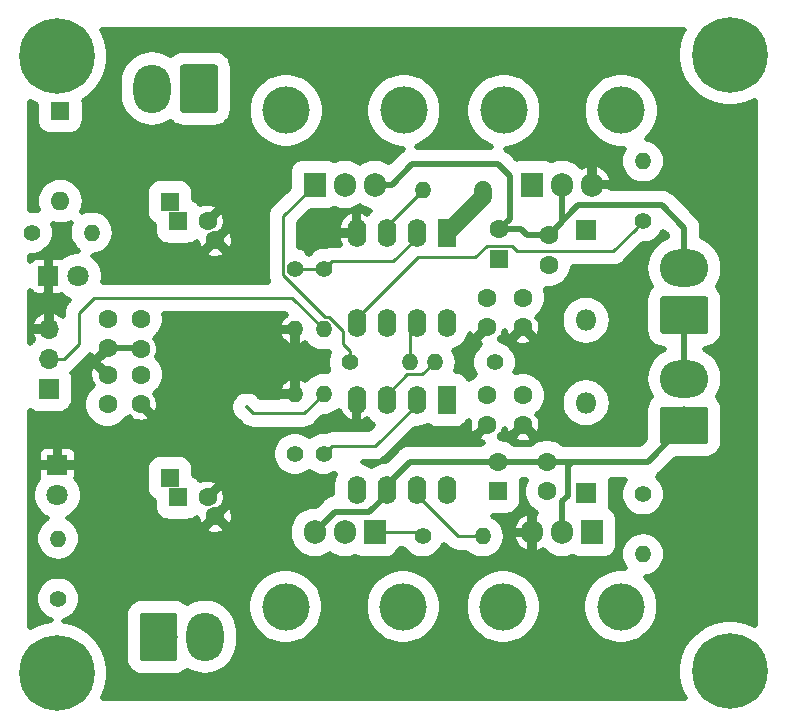
<source format=gbr>
G04 #@! TF.GenerationSoftware,KiCad,Pcbnew,(5.0.2)-1*
G04 #@! TF.CreationDate,2020-02-17T18:51:26+05:30*
G04 #@! TF.ProjectId,mosfet driver,6d6f7366-6574-4206-9472-697665722e6b,rev?*
G04 #@! TF.SameCoordinates,Original*
G04 #@! TF.FileFunction,Copper,L2,Bot*
G04 #@! TF.FilePolarity,Positive*
%FSLAX46Y46*%
G04 Gerber Fmt 4.6, Leading zero omitted, Abs format (unit mm)*
G04 Created by KiCad (PCBNEW (5.0.2)-1) date 02/17/20 18:51:26*
%MOMM*%
%LPD*%
G01*
G04 APERTURE LIST*
G04 #@! TA.AperFunction,ComponentPad*
%ADD10O,1.600000X1.600000*%
G04 #@! TD*
G04 #@! TA.AperFunction,ComponentPad*
%ADD11R,1.600000X1.600000*%
G04 #@! TD*
G04 #@! TA.AperFunction,ComponentPad*
%ADD12C,1.800000*%
G04 #@! TD*
G04 #@! TA.AperFunction,ComponentPad*
%ADD13R,1.800000X1.800000*%
G04 #@! TD*
G04 #@! TA.AperFunction,ComponentPad*
%ADD14O,1.400000X1.400000*%
G04 #@! TD*
G04 #@! TA.AperFunction,ComponentPad*
%ADD15C,1.400000*%
G04 #@! TD*
G04 #@! TA.AperFunction,ComponentPad*
%ADD16O,4.100000X3.160000*%
G04 #@! TD*
G04 #@! TA.AperFunction,Conductor*
%ADD17C,0.100000*%
G04 #@! TD*
G04 #@! TA.AperFunction,ComponentPad*
%ADD18C,3.160000*%
G04 #@! TD*
G04 #@! TA.AperFunction,ComponentPad*
%ADD19O,3.160000X4.100000*%
G04 #@! TD*
G04 #@! TA.AperFunction,ComponentPad*
%ADD20O,1.800000X1.800000*%
G04 #@! TD*
G04 #@! TA.AperFunction,ComponentPad*
%ADD21C,1.600000*%
G04 #@! TD*
G04 #@! TA.AperFunction,ComponentPad*
%ADD22R,1.905000X2.000000*%
G04 #@! TD*
G04 #@! TA.AperFunction,ComponentPad*
%ADD23O,1.905000X2.000000*%
G04 #@! TD*
G04 #@! TA.AperFunction,ComponentPad*
%ADD24C,4.000000*%
G04 #@! TD*
G04 #@! TA.AperFunction,ComponentPad*
%ADD25C,0.800000*%
G04 #@! TD*
G04 #@! TA.AperFunction,ComponentPad*
%ADD26C,6.400000*%
G04 #@! TD*
G04 #@! TA.AperFunction,ComponentPad*
%ADD27O,1.600000X2.400000*%
G04 #@! TD*
G04 #@! TA.AperFunction,ComponentPad*
%ADD28R,1.600000X2.400000*%
G04 #@! TD*
G04 #@! TA.AperFunction,ComponentPad*
%ADD29O,1.700000X1.700000*%
G04 #@! TD*
G04 #@! TA.AperFunction,ComponentPad*
%ADD30R,1.700000X1.700000*%
G04 #@! TD*
G04 #@! TA.AperFunction,ViaPad*
%ADD31C,0.800000*%
G04 #@! TD*
G04 #@! TA.AperFunction,ViaPad*
%ADD32C,0.400000*%
G04 #@! TD*
G04 #@! TA.AperFunction,ViaPad*
%ADD33C,0.350000*%
G04 #@! TD*
G04 #@! TA.AperFunction,Conductor*
%ADD34C,0.500000*%
G04 #@! TD*
G04 #@! TA.AperFunction,Conductor*
%ADD35C,1.500000*%
G04 #@! TD*
G04 #@! TA.AperFunction,Conductor*
%ADD36C,0.250000*%
G04 #@! TD*
G04 APERTURE END LIST*
D10*
G04 #@! TO.P,SW1,2*
G04 #@! TO.N,Net-(R11-Pad1)*
X47561500Y-139001500D03*
D11*
G04 #@! TO.P,SW1,1*
G04 #@! TO.N,Net-(J4-Pad2)*
X47561500Y-131381500D03*
G04 #@! TD*
D12*
G04 #@! TO.P,D6,2*
G04 #@! TO.N,Net-(D6-Pad2)*
X47307500Y-163893500D03*
D13*
G04 #@! TO.P,D6,1*
G04 #@! TO.N,GND*
X47307500Y-161353500D03*
G04 #@! TD*
D12*
G04 #@! TO.P,D4,2*
G04 #@! TO.N,Net-(D4-Pad2)*
X49085500Y-145351500D03*
D13*
G04 #@! TO.P,D4,1*
G04 #@! TO.N,GND*
X46545500Y-145351500D03*
G04 #@! TD*
D14*
G04 #@! TO.P,R12,2*
G04 #@! TO.N,Net-(D6-Pad2)*
X47371000Y-167576500D03*
D15*
G04 #@! TO.P,R12,1*
G04 #@! TO.N,Net-(J1-Pad2)*
X47371000Y-172656500D03*
G04 #@! TD*
D14*
G04 #@! TO.P,R11,2*
G04 #@! TO.N,Net-(D4-Pad2)*
X50228500Y-141668500D03*
D15*
G04 #@! TO.P,R11,1*
G04 #@! TO.N,Net-(R11-Pad1)*
X45148500Y-141668500D03*
G04 #@! TD*
D16*
G04 #@! TO.P,J5,2*
G04 #@! TO.N,Net-(J2-Pad1)*
X100393500Y-154028000D03*
D17*
G04 #@! TD*
G04 #@! TO.N,/Power3*
G04 #@! TO.C,J5*
G36*
X102218004Y-156409204D02*
X102242273Y-156412804D01*
X102266071Y-156418765D01*
X102289171Y-156427030D01*
X102311349Y-156437520D01*
X102332393Y-156450133D01*
X102352098Y-156464747D01*
X102370277Y-156481223D01*
X102386753Y-156499402D01*
X102401367Y-156519107D01*
X102413980Y-156540151D01*
X102424470Y-156562329D01*
X102432735Y-156585429D01*
X102438696Y-156609227D01*
X102442296Y-156633496D01*
X102443500Y-156658000D01*
X102443500Y-159318000D01*
X102442296Y-159342504D01*
X102438696Y-159366773D01*
X102432735Y-159390571D01*
X102424470Y-159413671D01*
X102413980Y-159435849D01*
X102401367Y-159456893D01*
X102386753Y-159476598D01*
X102370277Y-159494777D01*
X102352098Y-159511253D01*
X102332393Y-159525867D01*
X102311349Y-159538480D01*
X102289171Y-159548970D01*
X102266071Y-159557235D01*
X102242273Y-159563196D01*
X102218004Y-159566796D01*
X102193500Y-159568000D01*
X98593500Y-159568000D01*
X98568996Y-159566796D01*
X98544727Y-159563196D01*
X98520929Y-159557235D01*
X98497829Y-159548970D01*
X98475651Y-159538480D01*
X98454607Y-159525867D01*
X98434902Y-159511253D01*
X98416723Y-159494777D01*
X98400247Y-159476598D01*
X98385633Y-159456893D01*
X98373020Y-159435849D01*
X98362530Y-159413671D01*
X98354265Y-159390571D01*
X98348304Y-159366773D01*
X98344704Y-159342504D01*
X98343500Y-159318000D01*
X98343500Y-156658000D01*
X98344704Y-156633496D01*
X98348304Y-156609227D01*
X98354265Y-156585429D01*
X98362530Y-156562329D01*
X98373020Y-156540151D01*
X98385633Y-156519107D01*
X98400247Y-156499402D01*
X98416723Y-156481223D01*
X98434902Y-156464747D01*
X98454607Y-156450133D01*
X98475651Y-156437520D01*
X98497829Y-156427030D01*
X98520929Y-156418765D01*
X98544727Y-156412804D01*
X98568996Y-156409204D01*
X98593500Y-156408000D01*
X102193500Y-156408000D01*
X102218004Y-156409204D01*
X102218004Y-156409204D01*
G37*
D18*
G04 #@! TO.P,J5,1*
G04 #@! TO.N,/Power3*
X100393500Y-157988000D03*
G04 #@! TD*
D16*
G04 #@! TO.P,J2,2*
G04 #@! TO.N,/Power4*
X100393500Y-144693500D03*
D17*
G04 #@! TD*
G04 #@! TO.N,Net-(J2-Pad1)*
G04 #@! TO.C,J2*
G36*
X102218004Y-147074704D02*
X102242273Y-147078304D01*
X102266071Y-147084265D01*
X102289171Y-147092530D01*
X102311349Y-147103020D01*
X102332393Y-147115633D01*
X102352098Y-147130247D01*
X102370277Y-147146723D01*
X102386753Y-147164902D01*
X102401367Y-147184607D01*
X102413980Y-147205651D01*
X102424470Y-147227829D01*
X102432735Y-147250929D01*
X102438696Y-147274727D01*
X102442296Y-147298996D01*
X102443500Y-147323500D01*
X102443500Y-149983500D01*
X102442296Y-150008004D01*
X102438696Y-150032273D01*
X102432735Y-150056071D01*
X102424470Y-150079171D01*
X102413980Y-150101349D01*
X102401367Y-150122393D01*
X102386753Y-150142098D01*
X102370277Y-150160277D01*
X102352098Y-150176753D01*
X102332393Y-150191367D01*
X102311349Y-150203980D01*
X102289171Y-150214470D01*
X102266071Y-150222735D01*
X102242273Y-150228696D01*
X102218004Y-150232296D01*
X102193500Y-150233500D01*
X98593500Y-150233500D01*
X98568996Y-150232296D01*
X98544727Y-150228696D01*
X98520929Y-150222735D01*
X98497829Y-150214470D01*
X98475651Y-150203980D01*
X98454607Y-150191367D01*
X98434902Y-150176753D01*
X98416723Y-150160277D01*
X98400247Y-150142098D01*
X98385633Y-150122393D01*
X98373020Y-150101349D01*
X98362530Y-150079171D01*
X98354265Y-150056071D01*
X98348304Y-150032273D01*
X98344704Y-150008004D01*
X98343500Y-149983500D01*
X98343500Y-147323500D01*
X98344704Y-147298996D01*
X98348304Y-147274727D01*
X98354265Y-147250929D01*
X98362530Y-147227829D01*
X98373020Y-147205651D01*
X98385633Y-147184607D01*
X98400247Y-147164902D01*
X98416723Y-147146723D01*
X98434902Y-147130247D01*
X98454607Y-147115633D01*
X98475651Y-147103020D01*
X98497829Y-147092530D01*
X98520929Y-147084265D01*
X98544727Y-147078304D01*
X98568996Y-147074704D01*
X98593500Y-147073500D01*
X102193500Y-147073500D01*
X102218004Y-147074704D01*
X102218004Y-147074704D01*
G37*
D18*
G04 #@! TO.P,J2,1*
G04 #@! TO.N,Net-(J2-Pad1)*
X100393500Y-148653500D03*
G04 #@! TD*
D19*
G04 #@! TO.P,J1,2*
G04 #@! TO.N,VCC*
X59840000Y-175895000D03*
D17*
G04 #@! TD*
G04 #@! TO.N,Net-(J1-Pad2)*
G04 #@! TO.C,J1*
G36*
X57234829Y-173846202D02*
X57259062Y-173849797D01*
X57282827Y-173855749D01*
X57305893Y-173864003D01*
X57328039Y-173874477D01*
X57349053Y-173887072D01*
X57368730Y-173901666D01*
X57386882Y-173918118D01*
X57403334Y-173936270D01*
X57417928Y-173955947D01*
X57430523Y-173976961D01*
X57440997Y-173999107D01*
X57449251Y-174022173D01*
X57455203Y-174045938D01*
X57458798Y-174070171D01*
X57460000Y-174094640D01*
X57460000Y-177695360D01*
X57458798Y-177719829D01*
X57455203Y-177744062D01*
X57449251Y-177767827D01*
X57440997Y-177790893D01*
X57430523Y-177813039D01*
X57417928Y-177834053D01*
X57403334Y-177853730D01*
X57386882Y-177871882D01*
X57368730Y-177888334D01*
X57349053Y-177902928D01*
X57328039Y-177915523D01*
X57305893Y-177925997D01*
X57282827Y-177934251D01*
X57259062Y-177940203D01*
X57234829Y-177943798D01*
X57210360Y-177945000D01*
X54549640Y-177945000D01*
X54525171Y-177943798D01*
X54500938Y-177940203D01*
X54477173Y-177934251D01*
X54454107Y-177925997D01*
X54431961Y-177915523D01*
X54410947Y-177902928D01*
X54391270Y-177888334D01*
X54373118Y-177871882D01*
X54356666Y-177853730D01*
X54342072Y-177834053D01*
X54329477Y-177813039D01*
X54319003Y-177790893D01*
X54310749Y-177767827D01*
X54304797Y-177744062D01*
X54301202Y-177719829D01*
X54300000Y-177695360D01*
X54300000Y-174094640D01*
X54301202Y-174070171D01*
X54304797Y-174045938D01*
X54310749Y-174022173D01*
X54319003Y-173999107D01*
X54329477Y-173976961D01*
X54342072Y-173955947D01*
X54356666Y-173936270D01*
X54373118Y-173918118D01*
X54391270Y-173901666D01*
X54410947Y-173887072D01*
X54431961Y-173874477D01*
X54454107Y-173864003D01*
X54477173Y-173855749D01*
X54500938Y-173849797D01*
X54525171Y-173846202D01*
X54549640Y-173845000D01*
X57210360Y-173845000D01*
X57234829Y-173846202D01*
X57234829Y-173846202D01*
G37*
D18*
G04 #@! TO.P,J1,1*
G04 #@! TO.N,Net-(J1-Pad2)*
X55880000Y-175895000D03*
G04 #@! TD*
D19*
G04 #@! TO.P,J4,2*
G04 #@! TO.N,N/C*
X55349000Y-129476500D03*
D17*
G04 #@! TD*
G04 #@! TO.N,Net-(J4-Pad2)*
G04 #@! TO.C,J4*
G36*
X60663829Y-127427702D02*
X60688062Y-127431297D01*
X60711827Y-127437249D01*
X60734893Y-127445503D01*
X60757039Y-127455977D01*
X60778053Y-127468572D01*
X60797730Y-127483166D01*
X60815882Y-127499618D01*
X60832334Y-127517770D01*
X60846928Y-127537447D01*
X60859523Y-127558461D01*
X60869997Y-127580607D01*
X60878251Y-127603673D01*
X60884203Y-127627438D01*
X60887798Y-127651671D01*
X60889000Y-127676140D01*
X60889000Y-131276860D01*
X60887798Y-131301329D01*
X60884203Y-131325562D01*
X60878251Y-131349327D01*
X60869997Y-131372393D01*
X60859523Y-131394539D01*
X60846928Y-131415553D01*
X60832334Y-131435230D01*
X60815882Y-131453382D01*
X60797730Y-131469834D01*
X60778053Y-131484428D01*
X60757039Y-131497023D01*
X60734893Y-131507497D01*
X60711827Y-131515751D01*
X60688062Y-131521703D01*
X60663829Y-131525298D01*
X60639360Y-131526500D01*
X57978640Y-131526500D01*
X57954171Y-131525298D01*
X57929938Y-131521703D01*
X57906173Y-131515751D01*
X57883107Y-131507497D01*
X57860961Y-131497023D01*
X57839947Y-131484428D01*
X57820270Y-131469834D01*
X57802118Y-131453382D01*
X57785666Y-131435230D01*
X57771072Y-131415553D01*
X57758477Y-131394539D01*
X57748003Y-131372393D01*
X57739749Y-131349327D01*
X57733797Y-131325562D01*
X57730202Y-131301329D01*
X57729000Y-131276860D01*
X57729000Y-127676140D01*
X57730202Y-127651671D01*
X57733797Y-127627438D01*
X57739749Y-127603673D01*
X57748003Y-127580607D01*
X57758477Y-127558461D01*
X57771072Y-127537447D01*
X57785666Y-127517770D01*
X57802118Y-127499618D01*
X57820270Y-127483166D01*
X57839947Y-127468572D01*
X57860961Y-127455977D01*
X57883107Y-127445503D01*
X57906173Y-127437249D01*
X57929938Y-127431297D01*
X57954171Y-127427702D01*
X57978640Y-127426500D01*
X60639360Y-127426500D01*
X60663829Y-127427702D01*
X60663829Y-127427702D01*
G37*
D18*
G04 #@! TO.P,J4,1*
G04 #@! TO.N,Net-(J4-Pad2)*
X59309000Y-129476500D03*
G04 #@! TD*
D15*
G04 #@! TO.P,R7,1*
G04 #@! TO.N,VCC*
X83312000Y-138049000D03*
D14*
G04 #@! TO.P,R7,2*
G04 #@! TO.N,Net-(R7-Pad2)*
X78232000Y-138049000D03*
G04 #@! TD*
G04 #@! TO.P,R5,2*
G04 #@! TO.N,/Signal2*
X69850000Y-149864775D03*
D15*
G04 #@! TO.P,R5,1*
G04 #@! TO.N,Net-(R4-Pad1)*
X69850000Y-144784775D03*
G04 #@! TD*
D14*
G04 #@! TO.P,R2,2*
G04 #@! TO.N,Net-(R2-Pad2)*
X79248000Y-152654000D03*
D15*
G04 #@! TO.P,R2,1*
G04 #@! TO.N,VCC*
X84328000Y-152654000D03*
G04 #@! TD*
D14*
G04 #@! TO.P,R1,2*
G04 #@! TO.N,/Signal*
X69850000Y-155329000D03*
D15*
G04 #@! TO.P,R1,1*
G04 #@! TO.N,Net-(R1-Pad1)*
X69850000Y-160409000D03*
G04 #@! TD*
D13*
G04 #@! TO.P,D5,1*
G04 #@! TO.N,Net-(C13-Pad1)*
X92075000Y-141478000D03*
D20*
G04 #@! TO.P,D5,2*
G04 #@! TO.N,VCC*
X92075000Y-149098000D03*
G04 #@! TD*
D13*
G04 #@! TO.P,D2,1*
G04 #@! TO.N,Net-(C1-Pad1)*
X92075000Y-163703000D03*
D20*
G04 #@! TO.P,D2,2*
G04 #@! TO.N,VCC*
X92075000Y-156083000D03*
G04 #@! TD*
D21*
G04 #@! TO.P,C15,2*
G04 #@! TO.N,GND*
X60701937Y-142316000D03*
D11*
G04 #@! TO.P,C15,1*
G04 #@! TO.N,VCC*
X56860063Y-139116000D03*
D21*
G04 #@! TO.P,C15,2*
G04 #@! TO.N,GND*
X60031000Y-140716000D03*
D11*
G04 #@! TO.P,C15,1*
G04 #@! TO.N,VCC*
X57531000Y-140716000D03*
G04 #@! TD*
D21*
G04 #@! TO.P,C14,2*
G04 #@! TO.N,GND*
X60701937Y-165684000D03*
D11*
G04 #@! TO.P,C14,1*
G04 #@! TO.N,VCC*
X56860063Y-162484000D03*
D21*
G04 #@! TO.P,C14,2*
G04 #@! TO.N,GND*
X60031000Y-164084000D03*
D11*
G04 #@! TO.P,C14,1*
G04 #@! TO.N,VCC*
X57531000Y-164084000D03*
G04 #@! TD*
D14*
G04 #@! TO.P,R4,2*
G04 #@! TO.N,GND*
X67437000Y-149860000D03*
D15*
G04 #@! TO.P,R4,1*
G04 #@! TO.N,Net-(R4-Pad1)*
X67437000Y-144780000D03*
G04 #@! TD*
D14*
G04 #@! TO.P,R3,2*
G04 #@! TO.N,GND*
X67437000Y-155329000D03*
D15*
G04 #@! TO.P,R3,1*
G04 #@! TO.N,Net-(R1-Pad1)*
X67437000Y-160409000D03*
G04 #@! TD*
D22*
G04 #@! TO.P,Q4,1*
G04 #@! TO.N,Net-(Q4-Pad1)*
X87520000Y-137600000D03*
D23*
G04 #@! TO.P,Q4,2*
G04 #@! TO.N,/Power4*
X90060000Y-137600000D03*
G04 #@! TO.P,Q4,3*
G04 #@! TO.N,GND*
X92600000Y-137600000D03*
D24*
G04 #@! TO.P,Q4,2*
G04 #@! TO.N,N/C*
X85107000Y-131326200D03*
X95063800Y-131326200D03*
G04 #@! TD*
D22*
G04 #@! TO.P,Q3,1*
G04 #@! TO.N,Net-(Q3-Pad1)*
X69100000Y-137600000D03*
D23*
G04 #@! TO.P,Q3,2*
G04 #@! TO.N,VCC*
X71640000Y-137600000D03*
G04 #@! TO.P,Q3,3*
G04 #@! TO.N,/Power4*
X74180000Y-137600000D03*
D24*
G04 #@! TO.P,Q3,2*
G04 #@! TO.N,N/C*
X66687000Y-131326200D03*
X76643800Y-131326200D03*
G04 #@! TD*
D22*
G04 #@! TO.P,Q2,1*
G04 #@! TO.N,Net-(Q2-Pad1)*
X92600000Y-167055000D03*
D23*
G04 #@! TO.P,Q2,2*
G04 #@! TO.N,/Power3*
X90060000Y-167055000D03*
G04 #@! TO.P,Q2,3*
G04 #@! TO.N,GND*
X87520000Y-167055000D03*
D24*
G04 #@! TO.P,Q2,2*
G04 #@! TO.N,N/C*
X95013000Y-173328800D03*
X85056200Y-173328800D03*
G04 #@! TD*
D22*
G04 #@! TO.P,Q1,1*
G04 #@! TO.N,Net-(Q1-Pad1)*
X74180000Y-167055000D03*
D23*
G04 #@! TO.P,Q1,2*
G04 #@! TO.N,VCC*
X71640000Y-167055000D03*
G04 #@! TO.P,Q1,3*
G04 #@! TO.N,/Power3*
X69100000Y-167055000D03*
D24*
G04 #@! TO.P,Q1,2*
G04 #@! TO.N,N/C*
X76593000Y-173328800D03*
X66636200Y-173328800D03*
G04 #@! TD*
D14*
G04 #@! TO.P,R10,2*
G04 #@! TO.N,Net-(R10-Pad2)*
X77144000Y-152654000D03*
D15*
G04 #@! TO.P,R10,1*
G04 #@! TO.N,Net-(Q3-Pad1)*
X72064000Y-152654000D03*
G04 #@! TD*
D14*
G04 #@! TO.P,R9,2*
G04 #@! TO.N,Net-(Q4-Pad1)*
X96901000Y-135636000D03*
D15*
G04 #@! TO.P,R9,1*
G04 #@! TO.N,Net-(R9-Pad1)*
X96901000Y-140716000D03*
G04 #@! TD*
D14*
G04 #@! TO.P,R8,2*
G04 #@! TO.N,Net-(R8-Pad2)*
X83312000Y-167386000D03*
D15*
G04 #@! TO.P,R8,1*
G04 #@! TO.N,Net-(Q1-Pad1)*
X78232000Y-167386000D03*
G04 #@! TD*
D14*
G04 #@! TO.P,R6,2*
G04 #@! TO.N,Net-(Q2-Pad1)*
X96901000Y-168910000D03*
D15*
G04 #@! TO.P,R6,1*
G04 #@! TO.N,Net-(R6-Pad1)*
X96901000Y-163830000D03*
G04 #@! TD*
D25*
G04 #@! TO.P,H4,1*
G04 #@! TO.N,N/C*
X48941056Y-125048944D03*
X47244000Y-124346000D03*
X45546944Y-125048944D03*
X44844000Y-126746000D03*
X45546944Y-128443056D03*
X47244000Y-129146000D03*
X48941056Y-128443056D03*
X49644000Y-126746000D03*
D26*
X47244000Y-126746000D03*
G04 #@! TD*
D25*
G04 #@! TO.P,H3,1*
G04 #@! TO.N,N/C*
X105964056Y-177118944D03*
X104267000Y-176416000D03*
X102569944Y-177118944D03*
X101867000Y-178816000D03*
X102569944Y-180513056D03*
X104267000Y-181216000D03*
X105964056Y-180513056D03*
X106667000Y-178816000D03*
D26*
X104267000Y-178816000D03*
G04 #@! TD*
D25*
G04 #@! TO.P,H2,1*
G04 #@! TO.N,N/C*
X105964056Y-124908944D03*
X104267000Y-124206000D03*
X102569944Y-124908944D03*
X101867000Y-126606000D03*
X102569944Y-128303056D03*
X104267000Y-129006000D03*
X105964056Y-128303056D03*
X106667000Y-126606000D03*
D26*
X104267000Y-126606000D03*
G04 #@! TD*
D25*
G04 #@! TO.P,H1,1*
G04 #@! TO.N,N/C*
X48941056Y-177245944D03*
X47244000Y-176543000D03*
X45546944Y-177245944D03*
X44844000Y-178943000D03*
X45546944Y-180640056D03*
X47244000Y-181343000D03*
X48941056Y-180640056D03*
X49644000Y-178943000D03*
D26*
X47244000Y-178943000D03*
G04 #@! TD*
D21*
G04 #@! TO.P,C13,2*
G04 #@! TO.N,/Power4*
X88900000Y-141899000D03*
G04 #@! TO.P,C13,1*
G04 #@! TO.N,Net-(C13-Pad1)*
X88900000Y-144399000D03*
G04 #@! TD*
G04 #@! TO.P,C12,2*
G04 #@! TO.N,/Power3*
X88773000Y-161076000D03*
G04 #@! TO.P,C12,1*
G04 #@! TO.N,Net-(C1-Pad1)*
X88773000Y-163576000D03*
G04 #@! TD*
G04 #@! TO.P,C10,2*
G04 #@! TO.N,GND*
X86741000Y-157948000D03*
G04 #@! TO.P,C10,1*
G04 #@! TO.N,VCC*
X86741000Y-155448000D03*
G04 #@! TD*
G04 #@! TO.P,C9,2*
G04 #@! TO.N,GND*
X51562000Y-153710000D03*
G04 #@! TO.P,C9,1*
G04 #@! TO.N,VCC*
X51562000Y-156210000D03*
G04 #@! TD*
G04 #@! TO.P,C8,2*
G04 #@! TO.N,GND*
X54356000Y-151485000D03*
G04 #@! TO.P,C8,1*
G04 #@! TO.N,VCC*
X54356000Y-148985000D03*
G04 #@! TD*
G04 #@! TO.P,C7,2*
G04 #@! TO.N,GND*
X83693000Y-149693000D03*
G04 #@! TO.P,C7,1*
G04 #@! TO.N,VCC*
X83693000Y-147193000D03*
G04 #@! TD*
G04 #@! TO.P,C6,2*
G04 #@! TO.N,GND*
X54356000Y-156196000D03*
G04 #@! TO.P,C6,1*
G04 #@! TO.N,VCC*
X54356000Y-153696000D03*
G04 #@! TD*
G04 #@! TO.P,C5,2*
G04 #@! TO.N,GND*
X51562000Y-151471000D03*
G04 #@! TO.P,C5,1*
G04 #@! TO.N,VCC*
X51562000Y-148971000D03*
G04 #@! TD*
G04 #@! TO.P,C4,2*
G04 #@! TO.N,GND*
X86741000Y-149693000D03*
G04 #@! TO.P,C4,1*
G04 #@! TO.N,VCC*
X86741000Y-147193000D03*
G04 #@! TD*
G04 #@! TO.P,C3,2*
G04 #@! TO.N,GND*
X83693000Y-157948000D03*
G04 #@! TO.P,C3,1*
G04 #@! TO.N,VCC*
X83693000Y-155448000D03*
G04 #@! TD*
D11*
G04 #@! TO.P,C2,1*
G04 #@! TO.N,Net-(C13-Pad1)*
X84709000Y-143891000D03*
D21*
G04 #@! TO.P,C2,2*
G04 #@! TO.N,/Power4*
X84709000Y-141391000D03*
G04 #@! TD*
D11*
G04 #@! TO.P,C1,1*
G04 #@! TO.N,Net-(C1-Pad1)*
X84582000Y-163576000D03*
D21*
G04 #@! TO.P,C1,2*
G04 #@! TO.N,/Power3*
X84582000Y-161076000D03*
G04 #@! TD*
D27*
G04 #@! TO.P,U2,8*
G04 #@! TO.N,Net-(C13-Pad1)*
X80264000Y-149334775D03*
G04 #@! TO.P,U2,4*
G04 #@! TO.N,GND*
X72644000Y-141714775D03*
G04 #@! TO.P,U2,7*
G04 #@! TO.N,Net-(R10-Pad2)*
X77724000Y-149334775D03*
G04 #@! TO.P,U2,3*
G04 #@! TO.N,Net-(R7-Pad2)*
X75184000Y-141714775D03*
G04 #@! TO.P,U2,6*
G04 #@! TO.N,/Power4*
X75184000Y-149334775D03*
G04 #@! TO.P,U2,2*
G04 #@! TO.N,Net-(R4-Pad1)*
X77724000Y-141714775D03*
G04 #@! TO.P,U2,5*
G04 #@! TO.N,Net-(R9-Pad1)*
X72644000Y-149334775D03*
D28*
G04 #@! TO.P,U2,1*
G04 #@! TO.N,VCC*
X80264000Y-141714775D03*
G04 #@! TD*
D27*
G04 #@! TO.P,U1,8*
G04 #@! TO.N,Net-(C1-Pad1)*
X80264000Y-163449000D03*
G04 #@! TO.P,U1,4*
G04 #@! TO.N,GND*
X72644000Y-155829000D03*
G04 #@! TO.P,U1,7*
G04 #@! TO.N,Net-(R8-Pad2)*
X77724000Y-163449000D03*
G04 #@! TO.P,U1,3*
G04 #@! TO.N,Net-(R2-Pad2)*
X75184000Y-155829000D03*
G04 #@! TO.P,U1,6*
G04 #@! TO.N,/Power3*
X75184000Y-163449000D03*
G04 #@! TO.P,U1,2*
G04 #@! TO.N,Net-(R1-Pad1)*
X77724000Y-155829000D03*
G04 #@! TO.P,U1,5*
G04 #@! TO.N,Net-(R6-Pad1)*
X72644000Y-163449000D03*
D28*
G04 #@! TO.P,U1,1*
G04 #@! TO.N,VCC*
X80264000Y-155829000D03*
G04 #@! TD*
D29*
G04 #@! TO.P,J3,3*
G04 #@! TO.N,GND*
X46609000Y-149840000D03*
G04 #@! TO.P,J3,2*
G04 #@! TO.N,/Signal2*
X46609000Y-152380000D03*
D30*
G04 #@! TO.P,J3,1*
G04 #@! TO.N,/Signal*
X46609000Y-154920000D03*
G04 #@! TD*
D31*
G04 #@! TO.N,GND*
X68643500Y-143319500D03*
D32*
X66992500Y-153416000D03*
D33*
G04 #@! TO.N,/Signal*
X63373000Y-156464000D03*
G04 #@! TD*
D34*
G04 #@! TO.N,GND*
X68643500Y-142811500D02*
X68643500Y-143319500D01*
X54342000Y-151471000D02*
X54356000Y-151485000D01*
X51562000Y-151471000D02*
X54342000Y-151471000D01*
D35*
G04 #@! TO.N,VCC*
X83312000Y-138666775D02*
X80264000Y-141714775D01*
X83312000Y-138049000D02*
X83312000Y-138666775D01*
D36*
G04 #@! TO.N,Net-(R1-Pad1)*
X77724000Y-156229000D02*
X77724000Y-155829000D01*
X74243999Y-159709001D02*
X77724000Y-156229000D01*
X70549999Y-159709001D02*
X74243999Y-159709001D01*
X69850000Y-160409000D02*
X70549999Y-159709001D01*
G04 #@! TO.N,Net-(R2-Pad2)*
X75184000Y-155429000D02*
X75184000Y-155829000D01*
X76933999Y-153679001D02*
X75184000Y-155429000D01*
X78222999Y-153679001D02*
X76933999Y-153679001D01*
X79248000Y-152654000D02*
X78222999Y-153679001D01*
G04 #@! TO.N,Net-(R7-Pad2)*
X75184000Y-141097000D02*
X75184000Y-141714775D01*
X78232000Y-138049000D02*
X75184000Y-141097000D01*
G04 #@! TO.N,/Signal*
X63881000Y-156972000D02*
X63373000Y-156464000D01*
X69850000Y-155329000D02*
X68207000Y-156972000D01*
X68207000Y-156972000D02*
X63881000Y-156972000D01*
G04 #@! TO.N,/Signal2*
X67178225Y-147193000D02*
X69850000Y-149864775D01*
X50419000Y-147193000D02*
X67178225Y-147193000D01*
X49149000Y-148463000D02*
X50419000Y-147193000D01*
X49149000Y-151066500D02*
X49149000Y-148463000D01*
X46609000Y-152380000D02*
X47835500Y-152380000D01*
X47835500Y-152380000D02*
X49149000Y-151066500D01*
G04 #@! TO.N,Net-(Q1-Pad1)*
X77901000Y-167055000D02*
X78232000Y-167386000D01*
X74180000Y-167055000D02*
X77901000Y-167055000D01*
G04 #@! TO.N,Net-(Q3-Pad1)*
X71518990Y-151119041D02*
X72064000Y-151664051D01*
X71518990Y-150016763D02*
X71518990Y-151119041D01*
X70342001Y-148839774D02*
X71518990Y-150016763D01*
X69979772Y-148839774D02*
X70342001Y-148839774D01*
X72064000Y-151664051D02*
X72064000Y-152654000D01*
X66411999Y-145272001D02*
X69979772Y-148839774D01*
X66411999Y-140288001D02*
X66411999Y-145272001D01*
X69100000Y-137600000D02*
X66411999Y-140288001D01*
D34*
G04 #@! TO.N,/Power3*
X75184000Y-163849000D02*
X75184000Y-163449000D01*
X73733990Y-165299010D02*
X75184000Y-163849000D01*
X70808490Y-165299010D02*
X73733990Y-165299010D01*
X69100000Y-167007500D02*
X70808490Y-165299010D01*
X69100000Y-167055000D02*
X69100000Y-167007500D01*
X89904370Y-161076000D02*
X88773000Y-161076000D01*
X90524999Y-161443001D02*
X90892000Y-161076000D01*
X90524999Y-163970003D02*
X90524999Y-161443001D01*
X90060000Y-164435002D02*
X90524999Y-163970003D01*
X90060000Y-167055000D02*
X90060000Y-164435002D01*
X90892000Y-161076000D02*
X89904370Y-161076000D01*
X88773000Y-161076000D02*
X84582000Y-161076000D01*
X75184000Y-163049000D02*
X75184000Y-163449000D01*
X77157000Y-161076000D02*
X75184000Y-163049000D01*
X84582000Y-161076000D02*
X77157000Y-161076000D01*
X97305500Y-161076000D02*
X100393500Y-157988000D01*
X90892000Y-161076000D02*
X97305500Y-161076000D01*
G04 #@! TO.N,/Power4*
X74180000Y-137600000D02*
X74180000Y-137552500D01*
X90060000Y-140739000D02*
X88900000Y-141899000D01*
X90060000Y-137600000D02*
X90060000Y-140739000D01*
X85598000Y-140502000D02*
X84709000Y-141391000D01*
X84582000Y-135890000D02*
X85598000Y-136906000D01*
X77342500Y-135890000D02*
X84582000Y-135890000D01*
X74180000Y-137600000D02*
X75632500Y-137600000D01*
X75632500Y-137600000D02*
X77342500Y-135890000D01*
X85598000Y-136906000D02*
X85598000Y-140502000D01*
X88900000Y-141899000D02*
X87035000Y-141899000D01*
X86527000Y-141391000D02*
X84709000Y-141391000D01*
X87035000Y-141899000D02*
X86527000Y-141391000D01*
X100393500Y-141287500D02*
X100393500Y-144693500D01*
X98471999Y-139365999D02*
X100393500Y-141287500D01*
X88900000Y-141899000D02*
X91433001Y-139365999D01*
X91433001Y-139365999D02*
X98471999Y-139365999D01*
D36*
G04 #@! TO.N,Net-(R4-Pad1)*
X69845225Y-144780000D02*
X69850000Y-144784775D01*
X67437000Y-144780000D02*
X69845225Y-144780000D01*
X77724000Y-142114775D02*
X77724000Y-141714775D01*
X75753999Y-144084776D02*
X77724000Y-142114775D01*
X70549999Y-144084776D02*
X75753999Y-144084776D01*
X69850000Y-144784775D02*
X70549999Y-144084776D01*
G04 #@! TO.N,Net-(R8-Pad2)*
X82322051Y-167386000D02*
X83312000Y-167386000D01*
X81261000Y-167386000D02*
X82322051Y-167386000D01*
X77724000Y-163849000D02*
X81261000Y-167386000D01*
X77724000Y-163449000D02*
X77724000Y-163849000D01*
G04 #@! TO.N,Net-(R9-Pad1)*
X96201001Y-141415999D02*
X96901000Y-140716000D01*
X86227003Y-143224001D02*
X94392999Y-143224001D01*
X83648999Y-142765999D02*
X85769001Y-142765999D01*
X94392999Y-143224001D02*
X96201001Y-141415999D01*
X82650998Y-143764000D02*
X83648999Y-142765999D01*
X85769001Y-142765999D02*
X86227003Y-143224001D01*
X77814775Y-143764000D02*
X82650998Y-143764000D01*
X72644000Y-148934775D02*
X77814775Y-143764000D01*
X72644000Y-149334775D02*
X72644000Y-148934775D01*
G04 #@! TO.N,Net-(R10-Pad2)*
X77144000Y-149914775D02*
X77724000Y-149334775D01*
X77144000Y-152654000D02*
X77144000Y-149914775D01*
D34*
G04 #@! TO.N,Net-(J2-Pad1)*
X100393500Y-151948000D02*
X100393500Y-148653500D01*
X100393500Y-154028000D02*
X100393500Y-151948000D01*
G04 #@! TD*
G04 #@! TO.N,GND*
G36*
X100323461Y-124498134D02*
X99988011Y-125307983D01*
X99817000Y-126167713D01*
X99817000Y-127044287D01*
X99988011Y-127904017D01*
X100323461Y-128713866D01*
X100810459Y-129442710D01*
X101430290Y-130062541D01*
X102159134Y-130549539D01*
X102968983Y-130884989D01*
X103828713Y-131056000D01*
X104705287Y-131056000D01*
X105565017Y-130884989D01*
X106374866Y-130549539D01*
X106396001Y-130535417D01*
X106396000Y-174886582D01*
X106374866Y-174872461D01*
X105565017Y-174537011D01*
X104705287Y-174366000D01*
X103828713Y-174366000D01*
X102968983Y-174537011D01*
X102159134Y-174872461D01*
X101430290Y-175359459D01*
X100810459Y-175979290D01*
X100323461Y-176708134D01*
X99988011Y-177517983D01*
X99817000Y-178377713D01*
X99817000Y-179254287D01*
X99988011Y-180114017D01*
X100323461Y-180923866D01*
X100422441Y-181072000D01*
X51173418Y-181072000D01*
X51187539Y-181050866D01*
X51522989Y-180241017D01*
X51694000Y-179381287D01*
X51694000Y-178504713D01*
X51522989Y-177644983D01*
X51187539Y-176835134D01*
X50700541Y-176106290D01*
X50080710Y-175486459D01*
X49351866Y-174999461D01*
X48542017Y-174664011D01*
X47907973Y-174537892D01*
X47939794Y-174531562D01*
X48294671Y-174384567D01*
X48614052Y-174171164D01*
X48690576Y-174094640D01*
X53043952Y-174094640D01*
X53043952Y-177695360D01*
X53072883Y-177989105D01*
X53158566Y-178271562D01*
X53297706Y-178531875D01*
X53484958Y-178760042D01*
X53713125Y-178947294D01*
X53973438Y-179086434D01*
X54255895Y-179172117D01*
X54549640Y-179201048D01*
X57210360Y-179201048D01*
X57504105Y-179172117D01*
X57786562Y-179086434D01*
X58046875Y-178947294D01*
X58275042Y-178760042D01*
X58287950Y-178744314D01*
X58751767Y-178992230D01*
X59285224Y-179154052D01*
X59840000Y-179208693D01*
X60394777Y-179154052D01*
X60928234Y-178992230D01*
X61419871Y-178729444D01*
X61850795Y-178375795D01*
X62204444Y-177944871D01*
X62467230Y-177453233D01*
X62629052Y-176919776D01*
X62670000Y-176504026D01*
X62670000Y-175285973D01*
X62629052Y-174870223D01*
X62467230Y-174336766D01*
X62204444Y-173845129D01*
X61850794Y-173414205D01*
X61419870Y-173060556D01*
X61322861Y-173008703D01*
X63386200Y-173008703D01*
X63386200Y-173648897D01*
X63511096Y-174276790D01*
X63756088Y-174868252D01*
X64111760Y-175400554D01*
X64564446Y-175853240D01*
X65096748Y-176208912D01*
X65688210Y-176453904D01*
X66316103Y-176578800D01*
X66956297Y-176578800D01*
X67584190Y-176453904D01*
X68175652Y-176208912D01*
X68707954Y-175853240D01*
X69160640Y-175400554D01*
X69516312Y-174868252D01*
X69761304Y-174276790D01*
X69886200Y-173648897D01*
X69886200Y-173008703D01*
X73343000Y-173008703D01*
X73343000Y-173648897D01*
X73467896Y-174276790D01*
X73712888Y-174868252D01*
X74068560Y-175400554D01*
X74521246Y-175853240D01*
X75053548Y-176208912D01*
X75645010Y-176453904D01*
X76272903Y-176578800D01*
X76913097Y-176578800D01*
X77540990Y-176453904D01*
X78132452Y-176208912D01*
X78664754Y-175853240D01*
X79117440Y-175400554D01*
X79473112Y-174868252D01*
X79718104Y-174276790D01*
X79843000Y-173648897D01*
X79843000Y-173008703D01*
X81806200Y-173008703D01*
X81806200Y-173648897D01*
X81931096Y-174276790D01*
X82176088Y-174868252D01*
X82531760Y-175400554D01*
X82984446Y-175853240D01*
X83516748Y-176208912D01*
X84108210Y-176453904D01*
X84736103Y-176578800D01*
X85376297Y-176578800D01*
X86004190Y-176453904D01*
X86595652Y-176208912D01*
X87127954Y-175853240D01*
X87580640Y-175400554D01*
X87936312Y-174868252D01*
X88181304Y-174276790D01*
X88306200Y-173648897D01*
X88306200Y-173008703D01*
X91763000Y-173008703D01*
X91763000Y-173648897D01*
X91887896Y-174276790D01*
X92132888Y-174868252D01*
X92488560Y-175400554D01*
X92941246Y-175853240D01*
X93473548Y-176208912D01*
X94065010Y-176453904D01*
X94692903Y-176578800D01*
X95333097Y-176578800D01*
X95960990Y-176453904D01*
X96552452Y-176208912D01*
X97084754Y-175853240D01*
X97537440Y-175400554D01*
X97893112Y-174868252D01*
X98138104Y-174276790D01*
X98263000Y-173648897D01*
X98263000Y-173008703D01*
X98138104Y-172380810D01*
X97893112Y-171789348D01*
X97537440Y-171257046D01*
X97127519Y-170847125D01*
X97283267Y-170831785D01*
X97650843Y-170720282D01*
X97989604Y-170539211D01*
X98286530Y-170295530D01*
X98530211Y-169998604D01*
X98711282Y-169659843D01*
X98822785Y-169292267D01*
X98860435Y-168910000D01*
X98822785Y-168527733D01*
X98711282Y-168160157D01*
X98530211Y-167821396D01*
X98286530Y-167524470D01*
X97989604Y-167280789D01*
X97650843Y-167099718D01*
X97283267Y-166988215D01*
X96996795Y-166960000D01*
X96805205Y-166960000D01*
X96518733Y-166988215D01*
X96151157Y-167099718D01*
X95812396Y-167280789D01*
X95515470Y-167524470D01*
X95271789Y-167821396D01*
X95090718Y-168160157D01*
X94979215Y-168527733D01*
X94941565Y-168910000D01*
X94979215Y-169292267D01*
X95090718Y-169659843D01*
X95271789Y-169998604D01*
X95338484Y-170079871D01*
X95333097Y-170078800D01*
X94692903Y-170078800D01*
X94065010Y-170203696D01*
X93473548Y-170448688D01*
X92941246Y-170804360D01*
X92488560Y-171257046D01*
X92132888Y-171789348D01*
X91887896Y-172380810D01*
X91763000Y-173008703D01*
X88306200Y-173008703D01*
X88181304Y-172380810D01*
X87936312Y-171789348D01*
X87580640Y-171257046D01*
X87127954Y-170804360D01*
X86595652Y-170448688D01*
X86004190Y-170203696D01*
X85376297Y-170078800D01*
X84736103Y-170078800D01*
X84108210Y-170203696D01*
X83516748Y-170448688D01*
X82984446Y-170804360D01*
X82531760Y-171257046D01*
X82176088Y-171789348D01*
X81931096Y-172380810D01*
X81806200Y-173008703D01*
X79843000Y-173008703D01*
X79718104Y-172380810D01*
X79473112Y-171789348D01*
X79117440Y-171257046D01*
X78664754Y-170804360D01*
X78132452Y-170448688D01*
X77540990Y-170203696D01*
X76913097Y-170078800D01*
X76272903Y-170078800D01*
X75645010Y-170203696D01*
X75053548Y-170448688D01*
X74521246Y-170804360D01*
X74068560Y-171257046D01*
X73712888Y-171789348D01*
X73467896Y-172380810D01*
X73343000Y-173008703D01*
X69886200Y-173008703D01*
X69761304Y-172380810D01*
X69516312Y-171789348D01*
X69160640Y-171257046D01*
X68707954Y-170804360D01*
X68175652Y-170448688D01*
X67584190Y-170203696D01*
X66956297Y-170078800D01*
X66316103Y-170078800D01*
X65688210Y-170203696D01*
X65096748Y-170448688D01*
X64564446Y-170804360D01*
X64111760Y-171257046D01*
X63756088Y-171789348D01*
X63511096Y-172380810D01*
X63386200Y-173008703D01*
X61322861Y-173008703D01*
X60928233Y-172797770D01*
X60394776Y-172635948D01*
X59840000Y-172581307D01*
X59285223Y-172635948D01*
X58751766Y-172797770D01*
X58287949Y-173045686D01*
X58275042Y-173029958D01*
X58046875Y-172842706D01*
X57786562Y-172703566D01*
X57504105Y-172617883D01*
X57210360Y-172588952D01*
X54549640Y-172588952D01*
X54255895Y-172617883D01*
X53973438Y-172703566D01*
X53713125Y-172842706D01*
X53484958Y-173029958D01*
X53297706Y-173258125D01*
X53158566Y-173518438D01*
X53072883Y-173800895D01*
X53043952Y-174094640D01*
X48690576Y-174094640D01*
X48885664Y-173899552D01*
X49099067Y-173580171D01*
X49246062Y-173225294D01*
X49321000Y-172848558D01*
X49321000Y-172464442D01*
X49246062Y-172087706D01*
X49099067Y-171732829D01*
X48885664Y-171413448D01*
X48614052Y-171141836D01*
X48294671Y-170928433D01*
X47939794Y-170781438D01*
X47563058Y-170706500D01*
X47178942Y-170706500D01*
X46802206Y-170781438D01*
X46447329Y-170928433D01*
X46127948Y-171141836D01*
X45856336Y-171413448D01*
X45642933Y-171732829D01*
X45495938Y-172087706D01*
X45421000Y-172464442D01*
X45421000Y-172848558D01*
X45495938Y-173225294D01*
X45642933Y-173580171D01*
X45856336Y-173899552D01*
X46127948Y-174171164D01*
X46447329Y-174384567D01*
X46740450Y-174505982D01*
X45945983Y-174664011D01*
X45136134Y-174999461D01*
X44988000Y-175098441D01*
X44988000Y-163681743D01*
X45157500Y-163681743D01*
X45157500Y-164105257D01*
X45240123Y-164520632D01*
X45402195Y-164911907D01*
X45637486Y-165264045D01*
X45936955Y-165563514D01*
X46289093Y-165798805D01*
X46441829Y-165862071D01*
X46282396Y-165947289D01*
X45985470Y-166190970D01*
X45741789Y-166487896D01*
X45560718Y-166826657D01*
X45449215Y-167194233D01*
X45411565Y-167576500D01*
X45449215Y-167958767D01*
X45560718Y-168326343D01*
X45741789Y-168665104D01*
X45985470Y-168962030D01*
X46282396Y-169205711D01*
X46621157Y-169386782D01*
X46988733Y-169498285D01*
X47275205Y-169526500D01*
X47466795Y-169526500D01*
X47753267Y-169498285D01*
X48120843Y-169386782D01*
X48459604Y-169205711D01*
X48756530Y-168962030D01*
X49000211Y-168665104D01*
X49181282Y-168326343D01*
X49292785Y-167958767D01*
X49330435Y-167576500D01*
X49292785Y-167194233D01*
X49181282Y-166826657D01*
X49144197Y-166757274D01*
X59840795Y-166757274D01*
X59907324Y-167032888D01*
X60185746Y-167161990D01*
X60484007Y-167234295D01*
X60790641Y-167247022D01*
X61093868Y-167199683D01*
X61382032Y-167094098D01*
X61496550Y-167032888D01*
X61563079Y-166757274D01*
X60701937Y-165896132D01*
X59840795Y-166757274D01*
X49144197Y-166757274D01*
X49000211Y-166487896D01*
X48756530Y-166190970D01*
X48459604Y-165947289D01*
X48244723Y-165832433D01*
X48325907Y-165798805D01*
X48678045Y-165563514D01*
X48977514Y-165264045D01*
X49212805Y-164911907D01*
X49374877Y-164520632D01*
X49457500Y-164105257D01*
X49457500Y-163681743D01*
X49374877Y-163266368D01*
X49212805Y-162875093D01*
X48977514Y-162522955D01*
X48934258Y-162479699D01*
X48936370Y-162474601D01*
X48965500Y-162328157D01*
X48965500Y-161693000D01*
X48956500Y-161684000D01*
X54804015Y-161684000D01*
X54804015Y-163284000D01*
X54828150Y-163529043D01*
X54899626Y-163764669D01*
X55015697Y-163981823D01*
X55171903Y-164172160D01*
X55362240Y-164328366D01*
X55474952Y-164388612D01*
X55474952Y-164884000D01*
X55499087Y-165129043D01*
X55570563Y-165364669D01*
X55686634Y-165581823D01*
X55842840Y-165772160D01*
X56033177Y-165928366D01*
X56250331Y-166044437D01*
X56485957Y-166115913D01*
X56731000Y-166140048D01*
X58331000Y-166140048D01*
X58576043Y-166115913D01*
X58811669Y-166044437D01*
X59028823Y-165928366D01*
X59147953Y-165830598D01*
X59186254Y-166075931D01*
X59291839Y-166364095D01*
X59353049Y-166478613D01*
X59628663Y-166545142D01*
X60489805Y-165684000D01*
X60914069Y-165684000D01*
X61775211Y-166545142D01*
X62050825Y-166478613D01*
X62179927Y-166200191D01*
X62252232Y-165901930D01*
X62264959Y-165595296D01*
X62217620Y-165292069D01*
X62112035Y-165003905D01*
X62050825Y-164889387D01*
X61775211Y-164822858D01*
X60914069Y-165684000D01*
X60489805Y-165684000D01*
X60407843Y-165602038D01*
X60422931Y-165599683D01*
X60711095Y-165494098D01*
X60825613Y-165432888D01*
X60852563Y-165321242D01*
X61268242Y-164905563D01*
X61379888Y-164878613D01*
X61453116Y-164720689D01*
X61563079Y-164610726D01*
X61534818Y-164493648D01*
X61581295Y-164301930D01*
X61594022Y-163995296D01*
X61546683Y-163692069D01*
X61441098Y-163403905D01*
X61379888Y-163289387D01*
X61104274Y-163222858D01*
X60243132Y-164084000D01*
X60325094Y-164165962D01*
X60310006Y-164168317D01*
X60021842Y-164273902D01*
X59994891Y-164288308D01*
X59804726Y-164098143D01*
X59818868Y-164084000D01*
X59804726Y-164069858D01*
X60016858Y-163857726D01*
X60031000Y-163871868D01*
X60892142Y-163010726D01*
X60825613Y-162735112D01*
X60547191Y-162606010D01*
X60248930Y-162533705D01*
X59942296Y-162520978D01*
X59639069Y-162568317D01*
X59410571Y-162652040D01*
X59375366Y-162586177D01*
X59219160Y-162395840D01*
X59028823Y-162239634D01*
X58916111Y-162179388D01*
X58916111Y-161684000D01*
X58891976Y-161438957D01*
X58820500Y-161203331D01*
X58704429Y-160986177D01*
X58548223Y-160795840D01*
X58357886Y-160639634D01*
X58140732Y-160523563D01*
X57905106Y-160452087D01*
X57660063Y-160427952D01*
X56060063Y-160427952D01*
X55815020Y-160452087D01*
X55579394Y-160523563D01*
X55362240Y-160639634D01*
X55171903Y-160795840D01*
X55015697Y-160986177D01*
X54899626Y-161203331D01*
X54828150Y-161438957D01*
X54804015Y-161684000D01*
X48956500Y-161684000D01*
X48776000Y-161503500D01*
X47457500Y-161503500D01*
X47457500Y-161523500D01*
X47157500Y-161523500D01*
X47157500Y-161503500D01*
X45839000Y-161503500D01*
X45649500Y-161693000D01*
X45649500Y-162328157D01*
X45678630Y-162474601D01*
X45680742Y-162479699D01*
X45637486Y-162522955D01*
X45402195Y-162875093D01*
X45240123Y-163266368D01*
X45157500Y-163681743D01*
X44988000Y-163681743D01*
X44988000Y-160378843D01*
X45649500Y-160378843D01*
X45649500Y-161014000D01*
X45839000Y-161203500D01*
X47157500Y-161203500D01*
X47157500Y-159885000D01*
X47457500Y-159885000D01*
X47457500Y-161203500D01*
X48776000Y-161203500D01*
X48965500Y-161014000D01*
X48965500Y-160378843D01*
X48936370Y-160232399D01*
X48879231Y-160094452D01*
X48796277Y-159970303D01*
X48690696Y-159864723D01*
X48566547Y-159781769D01*
X48428600Y-159724629D01*
X48282156Y-159695500D01*
X47647000Y-159695500D01*
X47457500Y-159885000D01*
X47157500Y-159885000D01*
X46968000Y-159695500D01*
X46332844Y-159695500D01*
X46186400Y-159724629D01*
X46048453Y-159781769D01*
X45924304Y-159864723D01*
X45818723Y-159970303D01*
X45735769Y-160094452D01*
X45678630Y-160232399D01*
X45649500Y-160378843D01*
X44988000Y-160378843D01*
X44988000Y-156754311D01*
X45061177Y-156814366D01*
X45278331Y-156930437D01*
X45513957Y-157001913D01*
X45759000Y-157026048D01*
X47459000Y-157026048D01*
X47704043Y-157001913D01*
X47939669Y-156930437D01*
X48156823Y-156814366D01*
X48347160Y-156658160D01*
X48503366Y-156467823D01*
X48619437Y-156250669D01*
X48690913Y-156015043D01*
X48715048Y-155770000D01*
X48715048Y-154070000D01*
X48690913Y-153824957D01*
X48619437Y-153589331D01*
X48590644Y-153535463D01*
X48603105Y-153528802D01*
X48812476Y-153356976D01*
X48855536Y-153304507D01*
X50073516Y-152086528D01*
X50115592Y-152051997D01*
X50151902Y-152151095D01*
X50213112Y-152265613D01*
X50488726Y-152332142D01*
X51349868Y-151471000D01*
X51335726Y-151456858D01*
X51547858Y-151244726D01*
X51562000Y-151258868D01*
X51576143Y-151244726D01*
X51788275Y-151456858D01*
X51774132Y-151471000D01*
X51788275Y-151485143D01*
X51576143Y-151697275D01*
X51562000Y-151683132D01*
X50981851Y-152263281D01*
X50881905Y-152299902D01*
X50767387Y-152361112D01*
X50730275Y-152514857D01*
X50700858Y-152544274D01*
X50712016Y-152590500D01*
X50700858Y-152636726D01*
X50730275Y-152666143D01*
X50767387Y-152819888D01*
X50984861Y-152920729D01*
X51562000Y-153497868D01*
X51576143Y-153483726D01*
X51788275Y-153695858D01*
X51774132Y-153710000D01*
X51788275Y-153724143D01*
X51576143Y-153936275D01*
X51562000Y-153922132D01*
X51547858Y-153936275D01*
X51335726Y-153724143D01*
X51349868Y-153710000D01*
X50488726Y-152848858D01*
X50213112Y-152915387D01*
X50084010Y-153193809D01*
X50011705Y-153492070D01*
X49998978Y-153798704D01*
X50046317Y-154101931D01*
X50151902Y-154390095D01*
X50213112Y-154504613D01*
X50368320Y-154542078D01*
X50255201Y-154617661D01*
X49969661Y-154903201D01*
X49745314Y-155238961D01*
X49590780Y-155612037D01*
X49512000Y-156008093D01*
X49512000Y-156411907D01*
X49590780Y-156807963D01*
X49745314Y-157181039D01*
X49969661Y-157516799D01*
X50255201Y-157802339D01*
X50590961Y-158026686D01*
X50964037Y-158181220D01*
X51360093Y-158260000D01*
X51763907Y-158260000D01*
X52159963Y-158181220D01*
X52533039Y-158026686D01*
X52868799Y-157802339D01*
X53154339Y-157516799D01*
X53278573Y-157330868D01*
X53355920Y-157408215D01*
X53494859Y-157269276D01*
X53561387Y-157544888D01*
X53839809Y-157673990D01*
X54138070Y-157746295D01*
X54444704Y-157759022D01*
X54747931Y-157711683D01*
X55036095Y-157606098D01*
X55150613Y-157544888D01*
X55217142Y-157269274D01*
X54356000Y-156408132D01*
X54341858Y-156422275D01*
X54129726Y-156210143D01*
X54143868Y-156196000D01*
X54129726Y-156181858D01*
X54341858Y-155969726D01*
X54356000Y-155983868D01*
X54370143Y-155969726D01*
X54582275Y-156181858D01*
X54568132Y-156196000D01*
X55429274Y-157057142D01*
X55704888Y-156990613D01*
X55833990Y-156712191D01*
X55906295Y-156413930D01*
X55919022Y-156107296D01*
X55871683Y-155804069D01*
X55766098Y-155515905D01*
X55704888Y-155401387D01*
X55549680Y-155363922D01*
X55662799Y-155288339D01*
X55948339Y-155002799D01*
X55980962Y-154953975D01*
X66028051Y-154953975D01*
X66176231Y-155179000D01*
X67287000Y-155179000D01*
X67287000Y-154069400D01*
X67061976Y-153920057D01*
X66966051Y-153949149D01*
X66705905Y-154067540D01*
X66473854Y-154234408D01*
X66278816Y-154443341D01*
X66128287Y-154686309D01*
X66028051Y-154953975D01*
X55980962Y-154953975D01*
X56172686Y-154667039D01*
X56327220Y-154293963D01*
X56406000Y-153897907D01*
X56406000Y-153494093D01*
X56327220Y-153098037D01*
X56172686Y-152724961D01*
X55948339Y-152389201D01*
X55747295Y-152188157D01*
X55833990Y-152001191D01*
X55906295Y-151702930D01*
X55919022Y-151396296D01*
X55871683Y-151093069D01*
X55766098Y-150804905D01*
X55704888Y-150690387D01*
X55549680Y-150652922D01*
X55662799Y-150577339D01*
X55948339Y-150291799D01*
X55986274Y-150235025D01*
X66028051Y-150235025D01*
X66128287Y-150502691D01*
X66278816Y-150745659D01*
X66473854Y-150954592D01*
X66705905Y-151121460D01*
X66966051Y-151239851D01*
X67061976Y-151268943D01*
X67287000Y-151119600D01*
X67287000Y-150010000D01*
X66176231Y-150010000D01*
X66028051Y-150235025D01*
X55986274Y-150235025D01*
X56172686Y-149956039D01*
X56327220Y-149582963D01*
X56406000Y-149186907D01*
X56406000Y-148783093D01*
X56363216Y-148568000D01*
X66608682Y-148568000D01*
X66667116Y-148626434D01*
X66473854Y-148765408D01*
X66278816Y-148974341D01*
X66128287Y-149217309D01*
X66028051Y-149484975D01*
X66176231Y-149710000D01*
X67287000Y-149710000D01*
X67287000Y-149690000D01*
X67587000Y-149690000D01*
X67587000Y-149710000D01*
X67607000Y-149710000D01*
X67607000Y-150010000D01*
X67587000Y-150010000D01*
X67587000Y-151119600D01*
X67812024Y-151268943D01*
X67907949Y-151239851D01*
X68168095Y-151121460D01*
X68287980Y-151035251D01*
X68464470Y-151250305D01*
X68761396Y-151493986D01*
X69100157Y-151675057D01*
X69467733Y-151786560D01*
X69754205Y-151814775D01*
X69945795Y-151814775D01*
X70232267Y-151786560D01*
X70304912Y-151764523D01*
X70314409Y-151782292D01*
X70188938Y-152085206D01*
X70114000Y-152461942D01*
X70114000Y-152846058D01*
X70188938Y-153222794D01*
X70270079Y-153418685D01*
X70232267Y-153407215D01*
X69945795Y-153379000D01*
X69754205Y-153379000D01*
X69467733Y-153407215D01*
X69100157Y-153518718D01*
X68761396Y-153699789D01*
X68464470Y-153943470D01*
X68290444Y-154155521D01*
X68168095Y-154067540D01*
X67907949Y-153949149D01*
X67812024Y-153920057D01*
X67587000Y-154069400D01*
X67587000Y-155179000D01*
X67607000Y-155179000D01*
X67607000Y-155479000D01*
X67587000Y-155479000D01*
X67587000Y-155499000D01*
X67287000Y-155499000D01*
X67287000Y-155479000D01*
X66176231Y-155479000D01*
X66098527Y-155597000D01*
X64507523Y-155597000D01*
X64479870Y-155555615D01*
X64281385Y-155357130D01*
X64047991Y-155201181D01*
X63788657Y-155093762D01*
X63513350Y-155039000D01*
X63232650Y-155039000D01*
X62957343Y-155093762D01*
X62698009Y-155201181D01*
X62464615Y-155357130D01*
X62266130Y-155555615D01*
X62110181Y-155789009D01*
X62002762Y-156048343D01*
X61948000Y-156323650D01*
X61948000Y-156604350D01*
X62002762Y-156879657D01*
X62110181Y-157138991D01*
X62266130Y-157372385D01*
X62464615Y-157570870D01*
X62677720Y-157713262D01*
X62860960Y-157896502D01*
X62904024Y-157948976D01*
X63113395Y-158120802D01*
X63352264Y-158248481D01*
X63611453Y-158327105D01*
X63813451Y-158347000D01*
X63813460Y-158347000D01*
X63880999Y-158353652D01*
X63948538Y-158347000D01*
X68139461Y-158347000D01*
X68207000Y-158353652D01*
X68274539Y-158347000D01*
X68274549Y-158347000D01*
X68476547Y-158327105D01*
X68735736Y-158248481D01*
X68974605Y-158120802D01*
X69183976Y-157948976D01*
X69227036Y-157896507D01*
X69844543Y-157279000D01*
X69945795Y-157279000D01*
X70232267Y-157250785D01*
X70599843Y-157139282D01*
X70938604Y-156958211D01*
X71178614Y-156761240D01*
X71261998Y-156963803D01*
X71431906Y-157219299D01*
X71648394Y-157436738D01*
X71903142Y-157607765D01*
X72186361Y-157725807D01*
X72253254Y-157737204D01*
X72494000Y-157589254D01*
X72494000Y-155979000D01*
X72474000Y-155979000D01*
X72474000Y-155679000D01*
X72494000Y-155679000D01*
X72494000Y-155659000D01*
X72794000Y-155659000D01*
X72794000Y-155679000D01*
X72814000Y-155679000D01*
X72814000Y-155979000D01*
X72794000Y-155979000D01*
X72794000Y-157589254D01*
X73034746Y-157737204D01*
X73101639Y-157725807D01*
X73384858Y-157607765D01*
X73564549Y-157487128D01*
X73727417Y-157685583D01*
X74039570Y-157941760D01*
X74057248Y-157951209D01*
X73674456Y-158334001D01*
X70617537Y-158334001D01*
X70549998Y-158327349D01*
X70482459Y-158334001D01*
X70482450Y-158334001D01*
X70280452Y-158353896D01*
X70021263Y-158432520D01*
X69971723Y-158459000D01*
X69657942Y-158459000D01*
X69281206Y-158533938D01*
X68926329Y-158680933D01*
X68643500Y-158869913D01*
X68360671Y-158680933D01*
X68005794Y-158533938D01*
X67629058Y-158459000D01*
X67244942Y-158459000D01*
X66868206Y-158533938D01*
X66513329Y-158680933D01*
X66193948Y-158894336D01*
X65922336Y-159165948D01*
X65708933Y-159485329D01*
X65561938Y-159840206D01*
X65487000Y-160216942D01*
X65487000Y-160601058D01*
X65561938Y-160977794D01*
X65708933Y-161332671D01*
X65922336Y-161652052D01*
X66193948Y-161923664D01*
X66513329Y-162137067D01*
X66868206Y-162284062D01*
X67244942Y-162359000D01*
X67629058Y-162359000D01*
X68005794Y-162284062D01*
X68360671Y-162137067D01*
X68643500Y-161948087D01*
X68926329Y-162137067D01*
X69281206Y-162284062D01*
X69657942Y-162359000D01*
X70042058Y-162359000D01*
X70418794Y-162284062D01*
X70773671Y-162137067D01*
X70825467Y-162102458D01*
X70740883Y-162260703D01*
X70623662Y-162647130D01*
X70594000Y-162948291D01*
X70594000Y-163812879D01*
X70514439Y-163820715D01*
X70231688Y-163906486D01*
X69971103Y-164045772D01*
X69742698Y-164233218D01*
X69695725Y-164290455D01*
X69183602Y-164802578D01*
X69100000Y-164794344D01*
X68668236Y-164836869D01*
X68253063Y-164962810D01*
X67870437Y-165167328D01*
X67535062Y-165442562D01*
X67259828Y-165777936D01*
X67055310Y-166160562D01*
X66929369Y-166575735D01*
X66897500Y-166899307D01*
X66897500Y-167210692D01*
X66929369Y-167534264D01*
X67055310Y-167949437D01*
X67259828Y-168332064D01*
X67535062Y-168667438D01*
X67870436Y-168942672D01*
X68253062Y-169147190D01*
X68668235Y-169273131D01*
X69100000Y-169315656D01*
X69531764Y-169273131D01*
X69946937Y-169147190D01*
X70329564Y-168942672D01*
X70370000Y-168909487D01*
X70410436Y-168942672D01*
X70793062Y-169147190D01*
X71208235Y-169273131D01*
X71640000Y-169315656D01*
X72071764Y-169273131D01*
X72486937Y-169147190D01*
X72553043Y-169111856D01*
X72746831Y-169215437D01*
X72982457Y-169286913D01*
X73227500Y-169311048D01*
X75132500Y-169311048D01*
X75377543Y-169286913D01*
X75613169Y-169215437D01*
X75830323Y-169099366D01*
X76020660Y-168943160D01*
X76176866Y-168752823D01*
X76292937Y-168535669D01*
X76324991Y-168430000D01*
X76584334Y-168430000D01*
X76717336Y-168629052D01*
X76988948Y-168900664D01*
X77308329Y-169114067D01*
X77663206Y-169261062D01*
X78039942Y-169336000D01*
X78424058Y-169336000D01*
X78800794Y-169261062D01*
X79155671Y-169114067D01*
X79475052Y-168900664D01*
X79746664Y-168629052D01*
X79960067Y-168309671D01*
X80042095Y-168111638D01*
X80240963Y-168310506D01*
X80284024Y-168362976D01*
X80336492Y-168406035D01*
X80493394Y-168534802D01*
X80544759Y-168562257D01*
X80732264Y-168662481D01*
X80991453Y-168741105D01*
X81193451Y-168761000D01*
X81193460Y-168761000D01*
X81260999Y-168767652D01*
X81328538Y-168761000D01*
X81917828Y-168761000D01*
X81926470Y-168771530D01*
X82223396Y-169015211D01*
X82562157Y-169196282D01*
X82929733Y-169307785D01*
X83216205Y-169336000D01*
X83407795Y-169336000D01*
X83694267Y-169307785D01*
X84061843Y-169196282D01*
X84400604Y-169015211D01*
X84697530Y-168771530D01*
X84941211Y-168474604D01*
X85122282Y-168135843D01*
X85233785Y-167768267D01*
X85263101Y-167470616D01*
X85851035Y-167470616D01*
X85954920Y-167789142D01*
X86118950Y-168081280D01*
X86336821Y-168335804D01*
X86600161Y-168542933D01*
X86898850Y-168694707D01*
X87105296Y-168761967D01*
X87370000Y-168616085D01*
X87370000Y-167205000D01*
X86003497Y-167205000D01*
X85851035Y-167470616D01*
X85263101Y-167470616D01*
X85271435Y-167386000D01*
X85233785Y-167003733D01*
X85123261Y-166639384D01*
X85851035Y-166639384D01*
X86003497Y-166905000D01*
X87370000Y-166905000D01*
X87370000Y-165493915D01*
X87105296Y-165348033D01*
X86898850Y-165415293D01*
X86600161Y-165567067D01*
X86336821Y-165774196D01*
X86118950Y-166028720D01*
X85954920Y-166320858D01*
X85851035Y-166639384D01*
X85123261Y-166639384D01*
X85122282Y-166636157D01*
X84941211Y-166297396D01*
X84697530Y-166000470D01*
X84400604Y-165756789D01*
X84167229Y-165632048D01*
X85382000Y-165632048D01*
X85627043Y-165607913D01*
X85862669Y-165536437D01*
X86079823Y-165420366D01*
X86270160Y-165264160D01*
X86426366Y-165073823D01*
X86542437Y-164856669D01*
X86613913Y-164621043D01*
X86638048Y-164376000D01*
X86638048Y-162776000D01*
X86618349Y-162576000D01*
X86975665Y-162576000D01*
X86956314Y-162604961D01*
X86801780Y-162978037D01*
X86723000Y-163374093D01*
X86723000Y-163777907D01*
X86801780Y-164173963D01*
X86956314Y-164547039D01*
X87180661Y-164882799D01*
X87466201Y-165168339D01*
X87801961Y-165392686D01*
X87831488Y-165404917D01*
X87670000Y-165493915D01*
X87670000Y-166905000D01*
X87690000Y-166905000D01*
X87690000Y-167205000D01*
X87670000Y-167205000D01*
X87670000Y-168616085D01*
X87934704Y-168761967D01*
X88141150Y-168694707D01*
X88406702Y-168559771D01*
X88495062Y-168667438D01*
X88830436Y-168942672D01*
X89213062Y-169147190D01*
X89628235Y-169273131D01*
X90060000Y-169315656D01*
X90491764Y-169273131D01*
X90906937Y-169147190D01*
X90973043Y-169111856D01*
X91166831Y-169215437D01*
X91402457Y-169286913D01*
X91647500Y-169311048D01*
X93552500Y-169311048D01*
X93797543Y-169286913D01*
X94033169Y-169215437D01*
X94250323Y-169099366D01*
X94440660Y-168943160D01*
X94596866Y-168752823D01*
X94712937Y-168535669D01*
X94784413Y-168300043D01*
X94808548Y-168055000D01*
X94808548Y-166055000D01*
X94784413Y-165809957D01*
X94712937Y-165574331D01*
X94596866Y-165357177D01*
X94440660Y-165166840D01*
X94250323Y-165010634D01*
X94170530Y-164967984D01*
X94206913Y-164848043D01*
X94231048Y-164603000D01*
X94231048Y-162803000D01*
X94208690Y-162576000D01*
X95397284Y-162576000D01*
X95386336Y-162586948D01*
X95172933Y-162906329D01*
X95025938Y-163261206D01*
X94951000Y-163637942D01*
X94951000Y-164022058D01*
X95025938Y-164398794D01*
X95172933Y-164753671D01*
X95386336Y-165073052D01*
X95657948Y-165344664D01*
X95977329Y-165558067D01*
X96332206Y-165705062D01*
X96708942Y-165780000D01*
X97093058Y-165780000D01*
X97469794Y-165705062D01*
X97824671Y-165558067D01*
X98144052Y-165344664D01*
X98415664Y-165073052D01*
X98629067Y-164753671D01*
X98776062Y-164398794D01*
X98851000Y-164022058D01*
X98851000Y-163637942D01*
X98776062Y-163261206D01*
X98629067Y-162906329D01*
X98415664Y-162586948D01*
X98151163Y-162322447D01*
X98371292Y-162141792D01*
X98418269Y-162084550D01*
X99678771Y-160824048D01*
X102193500Y-160824048D01*
X102487315Y-160795110D01*
X102769840Y-160709407D01*
X103030215Y-160570233D01*
X103258437Y-160382937D01*
X103445733Y-160154715D01*
X103584907Y-159894340D01*
X103670610Y-159611815D01*
X103699548Y-159318000D01*
X103699548Y-156658000D01*
X103670610Y-156364185D01*
X103584907Y-156081660D01*
X103445733Y-155821285D01*
X103258437Y-155593063D01*
X103242743Y-155580184D01*
X103490730Y-155116234D01*
X103652552Y-154582777D01*
X103707193Y-154028000D01*
X103652552Y-153473223D01*
X103490730Y-152939766D01*
X103227944Y-152448129D01*
X102874295Y-152017205D01*
X102443371Y-151663556D01*
X102117826Y-151489548D01*
X102193500Y-151489548D01*
X102487315Y-151460610D01*
X102769840Y-151374907D01*
X103030215Y-151235733D01*
X103258437Y-151048437D01*
X103445733Y-150820215D01*
X103584907Y-150559840D01*
X103670610Y-150277315D01*
X103699548Y-149983500D01*
X103699548Y-147323500D01*
X103670610Y-147029685D01*
X103584907Y-146747160D01*
X103445733Y-146486785D01*
X103258437Y-146258563D01*
X103242743Y-146245684D01*
X103490730Y-145781734D01*
X103652552Y-145248277D01*
X103707193Y-144693500D01*
X103652552Y-144138723D01*
X103490730Y-143605266D01*
X103227944Y-143113629D01*
X102874295Y-142682705D01*
X102443371Y-142329056D01*
X101951734Y-142066270D01*
X101893500Y-142048605D01*
X101893500Y-141361180D01*
X101900757Y-141287500D01*
X101871795Y-140993449D01*
X101861759Y-140960366D01*
X101786024Y-140710698D01*
X101646738Y-140450113D01*
X101459292Y-140221708D01*
X101402056Y-140174736D01*
X99584768Y-138357449D01*
X99537791Y-138300207D01*
X99309386Y-138112761D01*
X99048801Y-137973475D01*
X98766050Y-137887704D01*
X98545679Y-137865999D01*
X98471999Y-137858742D01*
X98398319Y-137865999D01*
X94183086Y-137865999D01*
X94116503Y-137750000D01*
X92750000Y-137750000D01*
X92750000Y-137770000D01*
X92450000Y-137770000D01*
X92450000Y-137750000D01*
X92430000Y-137750000D01*
X92430000Y-137450000D01*
X92450000Y-137450000D01*
X92450000Y-136038915D01*
X92750000Y-136038915D01*
X92750000Y-137450000D01*
X94116503Y-137450000D01*
X94268965Y-137184384D01*
X94165080Y-136865858D01*
X94001050Y-136573720D01*
X93783179Y-136319196D01*
X93519839Y-136112067D01*
X93221150Y-135960293D01*
X93014704Y-135893033D01*
X92750000Y-136038915D01*
X92450000Y-136038915D01*
X92185296Y-135893033D01*
X91978850Y-135960293D01*
X91713298Y-136095229D01*
X91624938Y-135987562D01*
X91289564Y-135712328D01*
X90906937Y-135507810D01*
X90491764Y-135381869D01*
X90060000Y-135339344D01*
X89628235Y-135381869D01*
X89213062Y-135507810D01*
X89146956Y-135543144D01*
X88953169Y-135439563D01*
X88717543Y-135368087D01*
X88472500Y-135343952D01*
X86567500Y-135343952D01*
X86322457Y-135368087D01*
X86214235Y-135400916D01*
X85694769Y-134881450D01*
X85647792Y-134824208D01*
X85419387Y-134636762D01*
X85306084Y-134576200D01*
X85427097Y-134576200D01*
X86054990Y-134451304D01*
X86646452Y-134206312D01*
X87178754Y-133850640D01*
X87631440Y-133397954D01*
X87987112Y-132865652D01*
X88232104Y-132274190D01*
X88357000Y-131646297D01*
X88357000Y-131006103D01*
X91813800Y-131006103D01*
X91813800Y-131646297D01*
X91938696Y-132274190D01*
X92183688Y-132865652D01*
X92539360Y-133397954D01*
X92992046Y-133850640D01*
X93524348Y-134206312D01*
X94115810Y-134451304D01*
X94743703Y-134576200D01*
X95256393Y-134576200D01*
X95090718Y-134886157D01*
X94979215Y-135253733D01*
X94941565Y-135636000D01*
X94979215Y-136018267D01*
X95090718Y-136385843D01*
X95271789Y-136724604D01*
X95515470Y-137021530D01*
X95812396Y-137265211D01*
X96151157Y-137446282D01*
X96518733Y-137557785D01*
X96805205Y-137586000D01*
X96996795Y-137586000D01*
X97283267Y-137557785D01*
X97650843Y-137446282D01*
X97989604Y-137265211D01*
X98286530Y-137021530D01*
X98530211Y-136724604D01*
X98711282Y-136385843D01*
X98822785Y-136018267D01*
X98860435Y-135636000D01*
X98822785Y-135253733D01*
X98711282Y-134886157D01*
X98530211Y-134547396D01*
X98286530Y-134250470D01*
X97989604Y-134006789D01*
X97650843Y-133825718D01*
X97283267Y-133714215D01*
X97272991Y-133713203D01*
X97588240Y-133397954D01*
X97943912Y-132865652D01*
X98188904Y-132274190D01*
X98313800Y-131646297D01*
X98313800Y-131006103D01*
X98188904Y-130378210D01*
X97943912Y-129786748D01*
X97588240Y-129254446D01*
X97135554Y-128801760D01*
X96603252Y-128446088D01*
X96011790Y-128201096D01*
X95383897Y-128076200D01*
X94743703Y-128076200D01*
X94115810Y-128201096D01*
X93524348Y-128446088D01*
X92992046Y-128801760D01*
X92539360Y-129254446D01*
X92183688Y-129786748D01*
X91938696Y-130378210D01*
X91813800Y-131006103D01*
X88357000Y-131006103D01*
X88232104Y-130378210D01*
X87987112Y-129786748D01*
X87631440Y-129254446D01*
X87178754Y-128801760D01*
X86646452Y-128446088D01*
X86054990Y-128201096D01*
X85427097Y-128076200D01*
X84786903Y-128076200D01*
X84159010Y-128201096D01*
X83567548Y-128446088D01*
X83035246Y-128801760D01*
X82582560Y-129254446D01*
X82226888Y-129786748D01*
X81981896Y-130378210D01*
X81857000Y-131006103D01*
X81857000Y-131646297D01*
X81981896Y-132274190D01*
X82226888Y-132865652D01*
X82582560Y-133397954D01*
X83035246Y-133850640D01*
X83567548Y-134206312D01*
X84011009Y-134390000D01*
X77739791Y-134390000D01*
X78183252Y-134206312D01*
X78715554Y-133850640D01*
X79168240Y-133397954D01*
X79523912Y-132865652D01*
X79768904Y-132274190D01*
X79893800Y-131646297D01*
X79893800Y-131006103D01*
X79768904Y-130378210D01*
X79523912Y-129786748D01*
X79168240Y-129254446D01*
X78715554Y-128801760D01*
X78183252Y-128446088D01*
X77591790Y-128201096D01*
X76963897Y-128076200D01*
X76323703Y-128076200D01*
X75695810Y-128201096D01*
X75104348Y-128446088D01*
X74572046Y-128801760D01*
X74119360Y-129254446D01*
X73763688Y-129786748D01*
X73518696Y-130378210D01*
X73393800Y-131006103D01*
X73393800Y-131646297D01*
X73518696Y-132274190D01*
X73763688Y-132865652D01*
X74119360Y-133397954D01*
X74572046Y-133850640D01*
X75104348Y-134206312D01*
X75695810Y-134451304D01*
X76323703Y-134576200D01*
X76618416Y-134576200D01*
X76505113Y-134636762D01*
X76276708Y-134824208D01*
X76229735Y-134881445D01*
X75402584Y-135708597D01*
X75026937Y-135507810D01*
X74611764Y-135381869D01*
X74180000Y-135339344D01*
X73748235Y-135381869D01*
X73333062Y-135507810D01*
X72950436Y-135712328D01*
X72910000Y-135745513D01*
X72869564Y-135712328D01*
X72486937Y-135507810D01*
X72071764Y-135381869D01*
X71640000Y-135339344D01*
X71208235Y-135381869D01*
X70793062Y-135507810D01*
X70726956Y-135543144D01*
X70533169Y-135439563D01*
X70297543Y-135368087D01*
X70052500Y-135343952D01*
X68147500Y-135343952D01*
X67902457Y-135368087D01*
X67666831Y-135439563D01*
X67449677Y-135555634D01*
X67259340Y-135711840D01*
X67103134Y-135902177D01*
X66987063Y-136119331D01*
X66915587Y-136354957D01*
X66891452Y-136600000D01*
X66891452Y-137864005D01*
X65487488Y-139267969D01*
X65435023Y-139311026D01*
X65391967Y-139363490D01*
X65391963Y-139363494D01*
X65263197Y-139520396D01*
X65188550Y-139660050D01*
X65135518Y-139759266D01*
X65056894Y-140018455D01*
X65036999Y-140220453D01*
X65036999Y-140220462D01*
X65030347Y-140288001D01*
X65036999Y-140355540D01*
X65037000Y-145204452D01*
X65030347Y-145272001D01*
X65037000Y-145339550D01*
X65056895Y-145541548D01*
X65074827Y-145600661D01*
X65135518Y-145800736D01*
X65144746Y-145818000D01*
X51184829Y-145818000D01*
X51235500Y-145563257D01*
X51235500Y-145139743D01*
X51152877Y-144724368D01*
X50990805Y-144333093D01*
X50755514Y-143980955D01*
X50456045Y-143681486D01*
X50356964Y-143615282D01*
X50610767Y-143590285D01*
X50978343Y-143478782D01*
X51145801Y-143389274D01*
X59840795Y-143389274D01*
X59907324Y-143664888D01*
X60185746Y-143793990D01*
X60484007Y-143866295D01*
X60790641Y-143879022D01*
X61093868Y-143831683D01*
X61382032Y-143726098D01*
X61496550Y-143664888D01*
X61563079Y-143389274D01*
X60701937Y-142528132D01*
X59840795Y-143389274D01*
X51145801Y-143389274D01*
X51317104Y-143297711D01*
X51614030Y-143054030D01*
X51857711Y-142757104D01*
X52038782Y-142418343D01*
X52150285Y-142050767D01*
X52187935Y-141668500D01*
X52150285Y-141286233D01*
X52038782Y-140918657D01*
X51857711Y-140579896D01*
X51614030Y-140282970D01*
X51317104Y-140039289D01*
X50978343Y-139858218D01*
X50610767Y-139746715D01*
X50324295Y-139718500D01*
X50132705Y-139718500D01*
X49846233Y-139746715D01*
X49478657Y-139858218D01*
X49407802Y-139896091D01*
X49464617Y-139789797D01*
X49581838Y-139403370D01*
X49621419Y-139001500D01*
X49581838Y-138599630D01*
X49495801Y-138316000D01*
X54804015Y-138316000D01*
X54804015Y-139916000D01*
X54828150Y-140161043D01*
X54899626Y-140396669D01*
X55015697Y-140613823D01*
X55171903Y-140804160D01*
X55362240Y-140960366D01*
X55474952Y-141020612D01*
X55474952Y-141516000D01*
X55499087Y-141761043D01*
X55570563Y-141996669D01*
X55686634Y-142213823D01*
X55842840Y-142404160D01*
X56033177Y-142560366D01*
X56250331Y-142676437D01*
X56485957Y-142747913D01*
X56731000Y-142772048D01*
X58331000Y-142772048D01*
X58576043Y-142747913D01*
X58811669Y-142676437D01*
X59028823Y-142560366D01*
X59147953Y-142462598D01*
X59186254Y-142707931D01*
X59291839Y-142996095D01*
X59353049Y-143110613D01*
X59628663Y-143177142D01*
X60489805Y-142316000D01*
X60914069Y-142316000D01*
X61775211Y-143177142D01*
X62050825Y-143110613D01*
X62179927Y-142832191D01*
X62252232Y-142533930D01*
X62264959Y-142227296D01*
X62217620Y-141924069D01*
X62112035Y-141635905D01*
X62050825Y-141521387D01*
X61775211Y-141454858D01*
X60914069Y-142316000D01*
X60489805Y-142316000D01*
X60407843Y-142234038D01*
X60422931Y-142231683D01*
X60711095Y-142126098D01*
X60825613Y-142064888D01*
X60852563Y-141953242D01*
X61268242Y-141537563D01*
X61379888Y-141510613D01*
X61453116Y-141352689D01*
X61563079Y-141242726D01*
X61534818Y-141125648D01*
X61581295Y-140933930D01*
X61594022Y-140627296D01*
X61546683Y-140324069D01*
X61441098Y-140035905D01*
X61379888Y-139921387D01*
X61104274Y-139854858D01*
X60243132Y-140716000D01*
X60325094Y-140797962D01*
X60310006Y-140800317D01*
X60021842Y-140905902D01*
X59994891Y-140920308D01*
X59804726Y-140730143D01*
X59818868Y-140716000D01*
X59804726Y-140701858D01*
X60016858Y-140489726D01*
X60031000Y-140503868D01*
X60892142Y-139642726D01*
X60825613Y-139367112D01*
X60547191Y-139238010D01*
X60248930Y-139165705D01*
X59942296Y-139152978D01*
X59639069Y-139200317D01*
X59410571Y-139284040D01*
X59375366Y-139218177D01*
X59219160Y-139027840D01*
X59028823Y-138871634D01*
X58916111Y-138811388D01*
X58916111Y-138316000D01*
X58891976Y-138070957D01*
X58820500Y-137835331D01*
X58704429Y-137618177D01*
X58548223Y-137427840D01*
X58357886Y-137271634D01*
X58140732Y-137155563D01*
X57905106Y-137084087D01*
X57660063Y-137059952D01*
X56060063Y-137059952D01*
X55815020Y-137084087D01*
X55579394Y-137155563D01*
X55362240Y-137271634D01*
X55171903Y-137427840D01*
X55015697Y-137618177D01*
X54899626Y-137835331D01*
X54828150Y-138070957D01*
X54804015Y-138316000D01*
X49495801Y-138316000D01*
X49464617Y-138213203D01*
X49274260Y-137857070D01*
X49018083Y-137544917D01*
X48705930Y-137288740D01*
X48349797Y-137098383D01*
X47963370Y-136981162D01*
X47662209Y-136951500D01*
X47460791Y-136951500D01*
X47159630Y-136981162D01*
X46773203Y-137098383D01*
X46417070Y-137288740D01*
X46104917Y-137544917D01*
X45848740Y-137857070D01*
X45658383Y-138213203D01*
X45541162Y-138599630D01*
X45501581Y-139001500D01*
X45541162Y-139403370D01*
X45655775Y-139781201D01*
X45340558Y-139718500D01*
X44988000Y-139718500D01*
X44988000Y-130590559D01*
X45136134Y-130689539D01*
X45505452Y-130842515D01*
X45505452Y-132181500D01*
X45529587Y-132426543D01*
X45601063Y-132662169D01*
X45717134Y-132879323D01*
X45873340Y-133069660D01*
X46063677Y-133225866D01*
X46280831Y-133341937D01*
X46516457Y-133413413D01*
X46761500Y-133437548D01*
X48361500Y-133437548D01*
X48606543Y-133413413D01*
X48842169Y-133341937D01*
X49059323Y-133225866D01*
X49249660Y-133069660D01*
X49405866Y-132879323D01*
X49521937Y-132662169D01*
X49593413Y-132426543D01*
X49617548Y-132181500D01*
X49617548Y-130581500D01*
X49611127Y-130516306D01*
X50080710Y-130202541D01*
X50700541Y-129582710D01*
X51178447Y-128867473D01*
X52519000Y-128867473D01*
X52519000Y-130085526D01*
X52559948Y-130501276D01*
X52721770Y-131034733D01*
X52984556Y-131526370D01*
X53338205Y-131957294D01*
X53769129Y-132310944D01*
X54260766Y-132573730D01*
X54794223Y-132735552D01*
X55349000Y-132790193D01*
X55903776Y-132735552D01*
X56437233Y-132573730D01*
X56901050Y-132325814D01*
X56913958Y-132341542D01*
X57142125Y-132528794D01*
X57402438Y-132667934D01*
X57684895Y-132753617D01*
X57978640Y-132782548D01*
X60639360Y-132782548D01*
X60933105Y-132753617D01*
X61215562Y-132667934D01*
X61475875Y-132528794D01*
X61704042Y-132341542D01*
X61891294Y-132113375D01*
X62030434Y-131853062D01*
X62116117Y-131570605D01*
X62145048Y-131276860D01*
X62145048Y-131006103D01*
X63437000Y-131006103D01*
X63437000Y-131646297D01*
X63561896Y-132274190D01*
X63806888Y-132865652D01*
X64162560Y-133397954D01*
X64615246Y-133850640D01*
X65147548Y-134206312D01*
X65739010Y-134451304D01*
X66366903Y-134576200D01*
X67007097Y-134576200D01*
X67634990Y-134451304D01*
X68226452Y-134206312D01*
X68758754Y-133850640D01*
X69211440Y-133397954D01*
X69567112Y-132865652D01*
X69812104Y-132274190D01*
X69937000Y-131646297D01*
X69937000Y-131006103D01*
X69812104Y-130378210D01*
X69567112Y-129786748D01*
X69211440Y-129254446D01*
X68758754Y-128801760D01*
X68226452Y-128446088D01*
X67634990Y-128201096D01*
X67007097Y-128076200D01*
X66366903Y-128076200D01*
X65739010Y-128201096D01*
X65147548Y-128446088D01*
X64615246Y-128801760D01*
X64162560Y-129254446D01*
X63806888Y-129786748D01*
X63561896Y-130378210D01*
X63437000Y-131006103D01*
X62145048Y-131006103D01*
X62145048Y-127676140D01*
X62116117Y-127382395D01*
X62030434Y-127099938D01*
X61891294Y-126839625D01*
X61704042Y-126611458D01*
X61475875Y-126424206D01*
X61215562Y-126285066D01*
X60933105Y-126199383D01*
X60639360Y-126170452D01*
X57978640Y-126170452D01*
X57684895Y-126199383D01*
X57402438Y-126285066D01*
X57142125Y-126424206D01*
X56913958Y-126611458D01*
X56901051Y-126627186D01*
X56437234Y-126379270D01*
X55903777Y-126217448D01*
X55349000Y-126162807D01*
X54794224Y-126217448D01*
X54260767Y-126379270D01*
X53769130Y-126642056D01*
X53338206Y-126995705D01*
X52984556Y-127426629D01*
X52721770Y-127918266D01*
X52559948Y-128451723D01*
X52519000Y-128867473D01*
X51178447Y-128867473D01*
X51187539Y-128853866D01*
X51522989Y-128044017D01*
X51694000Y-127184287D01*
X51694000Y-126307713D01*
X51522989Y-125447983D01*
X51187539Y-124638134D01*
X51088559Y-124490000D01*
X100328896Y-124490000D01*
X100323461Y-124498134D01*
X100323461Y-124498134D01*
G37*
X100323461Y-124498134D02*
X99988011Y-125307983D01*
X99817000Y-126167713D01*
X99817000Y-127044287D01*
X99988011Y-127904017D01*
X100323461Y-128713866D01*
X100810459Y-129442710D01*
X101430290Y-130062541D01*
X102159134Y-130549539D01*
X102968983Y-130884989D01*
X103828713Y-131056000D01*
X104705287Y-131056000D01*
X105565017Y-130884989D01*
X106374866Y-130549539D01*
X106396001Y-130535417D01*
X106396000Y-174886582D01*
X106374866Y-174872461D01*
X105565017Y-174537011D01*
X104705287Y-174366000D01*
X103828713Y-174366000D01*
X102968983Y-174537011D01*
X102159134Y-174872461D01*
X101430290Y-175359459D01*
X100810459Y-175979290D01*
X100323461Y-176708134D01*
X99988011Y-177517983D01*
X99817000Y-178377713D01*
X99817000Y-179254287D01*
X99988011Y-180114017D01*
X100323461Y-180923866D01*
X100422441Y-181072000D01*
X51173418Y-181072000D01*
X51187539Y-181050866D01*
X51522989Y-180241017D01*
X51694000Y-179381287D01*
X51694000Y-178504713D01*
X51522989Y-177644983D01*
X51187539Y-176835134D01*
X50700541Y-176106290D01*
X50080710Y-175486459D01*
X49351866Y-174999461D01*
X48542017Y-174664011D01*
X47907973Y-174537892D01*
X47939794Y-174531562D01*
X48294671Y-174384567D01*
X48614052Y-174171164D01*
X48690576Y-174094640D01*
X53043952Y-174094640D01*
X53043952Y-177695360D01*
X53072883Y-177989105D01*
X53158566Y-178271562D01*
X53297706Y-178531875D01*
X53484958Y-178760042D01*
X53713125Y-178947294D01*
X53973438Y-179086434D01*
X54255895Y-179172117D01*
X54549640Y-179201048D01*
X57210360Y-179201048D01*
X57504105Y-179172117D01*
X57786562Y-179086434D01*
X58046875Y-178947294D01*
X58275042Y-178760042D01*
X58287950Y-178744314D01*
X58751767Y-178992230D01*
X59285224Y-179154052D01*
X59840000Y-179208693D01*
X60394777Y-179154052D01*
X60928234Y-178992230D01*
X61419871Y-178729444D01*
X61850795Y-178375795D01*
X62204444Y-177944871D01*
X62467230Y-177453233D01*
X62629052Y-176919776D01*
X62670000Y-176504026D01*
X62670000Y-175285973D01*
X62629052Y-174870223D01*
X62467230Y-174336766D01*
X62204444Y-173845129D01*
X61850794Y-173414205D01*
X61419870Y-173060556D01*
X61322861Y-173008703D01*
X63386200Y-173008703D01*
X63386200Y-173648897D01*
X63511096Y-174276790D01*
X63756088Y-174868252D01*
X64111760Y-175400554D01*
X64564446Y-175853240D01*
X65096748Y-176208912D01*
X65688210Y-176453904D01*
X66316103Y-176578800D01*
X66956297Y-176578800D01*
X67584190Y-176453904D01*
X68175652Y-176208912D01*
X68707954Y-175853240D01*
X69160640Y-175400554D01*
X69516312Y-174868252D01*
X69761304Y-174276790D01*
X69886200Y-173648897D01*
X69886200Y-173008703D01*
X73343000Y-173008703D01*
X73343000Y-173648897D01*
X73467896Y-174276790D01*
X73712888Y-174868252D01*
X74068560Y-175400554D01*
X74521246Y-175853240D01*
X75053548Y-176208912D01*
X75645010Y-176453904D01*
X76272903Y-176578800D01*
X76913097Y-176578800D01*
X77540990Y-176453904D01*
X78132452Y-176208912D01*
X78664754Y-175853240D01*
X79117440Y-175400554D01*
X79473112Y-174868252D01*
X79718104Y-174276790D01*
X79843000Y-173648897D01*
X79843000Y-173008703D01*
X81806200Y-173008703D01*
X81806200Y-173648897D01*
X81931096Y-174276790D01*
X82176088Y-174868252D01*
X82531760Y-175400554D01*
X82984446Y-175853240D01*
X83516748Y-176208912D01*
X84108210Y-176453904D01*
X84736103Y-176578800D01*
X85376297Y-176578800D01*
X86004190Y-176453904D01*
X86595652Y-176208912D01*
X87127954Y-175853240D01*
X87580640Y-175400554D01*
X87936312Y-174868252D01*
X88181304Y-174276790D01*
X88306200Y-173648897D01*
X88306200Y-173008703D01*
X91763000Y-173008703D01*
X91763000Y-173648897D01*
X91887896Y-174276790D01*
X92132888Y-174868252D01*
X92488560Y-175400554D01*
X92941246Y-175853240D01*
X93473548Y-176208912D01*
X94065010Y-176453904D01*
X94692903Y-176578800D01*
X95333097Y-176578800D01*
X95960990Y-176453904D01*
X96552452Y-176208912D01*
X97084754Y-175853240D01*
X97537440Y-175400554D01*
X97893112Y-174868252D01*
X98138104Y-174276790D01*
X98263000Y-173648897D01*
X98263000Y-173008703D01*
X98138104Y-172380810D01*
X97893112Y-171789348D01*
X97537440Y-171257046D01*
X97127519Y-170847125D01*
X97283267Y-170831785D01*
X97650843Y-170720282D01*
X97989604Y-170539211D01*
X98286530Y-170295530D01*
X98530211Y-169998604D01*
X98711282Y-169659843D01*
X98822785Y-169292267D01*
X98860435Y-168910000D01*
X98822785Y-168527733D01*
X98711282Y-168160157D01*
X98530211Y-167821396D01*
X98286530Y-167524470D01*
X97989604Y-167280789D01*
X97650843Y-167099718D01*
X97283267Y-166988215D01*
X96996795Y-166960000D01*
X96805205Y-166960000D01*
X96518733Y-166988215D01*
X96151157Y-167099718D01*
X95812396Y-167280789D01*
X95515470Y-167524470D01*
X95271789Y-167821396D01*
X95090718Y-168160157D01*
X94979215Y-168527733D01*
X94941565Y-168910000D01*
X94979215Y-169292267D01*
X95090718Y-169659843D01*
X95271789Y-169998604D01*
X95338484Y-170079871D01*
X95333097Y-170078800D01*
X94692903Y-170078800D01*
X94065010Y-170203696D01*
X93473548Y-170448688D01*
X92941246Y-170804360D01*
X92488560Y-171257046D01*
X92132888Y-171789348D01*
X91887896Y-172380810D01*
X91763000Y-173008703D01*
X88306200Y-173008703D01*
X88181304Y-172380810D01*
X87936312Y-171789348D01*
X87580640Y-171257046D01*
X87127954Y-170804360D01*
X86595652Y-170448688D01*
X86004190Y-170203696D01*
X85376297Y-170078800D01*
X84736103Y-170078800D01*
X84108210Y-170203696D01*
X83516748Y-170448688D01*
X82984446Y-170804360D01*
X82531760Y-171257046D01*
X82176088Y-171789348D01*
X81931096Y-172380810D01*
X81806200Y-173008703D01*
X79843000Y-173008703D01*
X79718104Y-172380810D01*
X79473112Y-171789348D01*
X79117440Y-171257046D01*
X78664754Y-170804360D01*
X78132452Y-170448688D01*
X77540990Y-170203696D01*
X76913097Y-170078800D01*
X76272903Y-170078800D01*
X75645010Y-170203696D01*
X75053548Y-170448688D01*
X74521246Y-170804360D01*
X74068560Y-171257046D01*
X73712888Y-171789348D01*
X73467896Y-172380810D01*
X73343000Y-173008703D01*
X69886200Y-173008703D01*
X69761304Y-172380810D01*
X69516312Y-171789348D01*
X69160640Y-171257046D01*
X68707954Y-170804360D01*
X68175652Y-170448688D01*
X67584190Y-170203696D01*
X66956297Y-170078800D01*
X66316103Y-170078800D01*
X65688210Y-170203696D01*
X65096748Y-170448688D01*
X64564446Y-170804360D01*
X64111760Y-171257046D01*
X63756088Y-171789348D01*
X63511096Y-172380810D01*
X63386200Y-173008703D01*
X61322861Y-173008703D01*
X60928233Y-172797770D01*
X60394776Y-172635948D01*
X59840000Y-172581307D01*
X59285223Y-172635948D01*
X58751766Y-172797770D01*
X58287949Y-173045686D01*
X58275042Y-173029958D01*
X58046875Y-172842706D01*
X57786562Y-172703566D01*
X57504105Y-172617883D01*
X57210360Y-172588952D01*
X54549640Y-172588952D01*
X54255895Y-172617883D01*
X53973438Y-172703566D01*
X53713125Y-172842706D01*
X53484958Y-173029958D01*
X53297706Y-173258125D01*
X53158566Y-173518438D01*
X53072883Y-173800895D01*
X53043952Y-174094640D01*
X48690576Y-174094640D01*
X48885664Y-173899552D01*
X49099067Y-173580171D01*
X49246062Y-173225294D01*
X49321000Y-172848558D01*
X49321000Y-172464442D01*
X49246062Y-172087706D01*
X49099067Y-171732829D01*
X48885664Y-171413448D01*
X48614052Y-171141836D01*
X48294671Y-170928433D01*
X47939794Y-170781438D01*
X47563058Y-170706500D01*
X47178942Y-170706500D01*
X46802206Y-170781438D01*
X46447329Y-170928433D01*
X46127948Y-171141836D01*
X45856336Y-171413448D01*
X45642933Y-171732829D01*
X45495938Y-172087706D01*
X45421000Y-172464442D01*
X45421000Y-172848558D01*
X45495938Y-173225294D01*
X45642933Y-173580171D01*
X45856336Y-173899552D01*
X46127948Y-174171164D01*
X46447329Y-174384567D01*
X46740450Y-174505982D01*
X45945983Y-174664011D01*
X45136134Y-174999461D01*
X44988000Y-175098441D01*
X44988000Y-163681743D01*
X45157500Y-163681743D01*
X45157500Y-164105257D01*
X45240123Y-164520632D01*
X45402195Y-164911907D01*
X45637486Y-165264045D01*
X45936955Y-165563514D01*
X46289093Y-165798805D01*
X46441829Y-165862071D01*
X46282396Y-165947289D01*
X45985470Y-166190970D01*
X45741789Y-166487896D01*
X45560718Y-166826657D01*
X45449215Y-167194233D01*
X45411565Y-167576500D01*
X45449215Y-167958767D01*
X45560718Y-168326343D01*
X45741789Y-168665104D01*
X45985470Y-168962030D01*
X46282396Y-169205711D01*
X46621157Y-169386782D01*
X46988733Y-169498285D01*
X47275205Y-169526500D01*
X47466795Y-169526500D01*
X47753267Y-169498285D01*
X48120843Y-169386782D01*
X48459604Y-169205711D01*
X48756530Y-168962030D01*
X49000211Y-168665104D01*
X49181282Y-168326343D01*
X49292785Y-167958767D01*
X49330435Y-167576500D01*
X49292785Y-167194233D01*
X49181282Y-166826657D01*
X49144197Y-166757274D01*
X59840795Y-166757274D01*
X59907324Y-167032888D01*
X60185746Y-167161990D01*
X60484007Y-167234295D01*
X60790641Y-167247022D01*
X61093868Y-167199683D01*
X61382032Y-167094098D01*
X61496550Y-167032888D01*
X61563079Y-166757274D01*
X60701937Y-165896132D01*
X59840795Y-166757274D01*
X49144197Y-166757274D01*
X49000211Y-166487896D01*
X48756530Y-166190970D01*
X48459604Y-165947289D01*
X48244723Y-165832433D01*
X48325907Y-165798805D01*
X48678045Y-165563514D01*
X48977514Y-165264045D01*
X49212805Y-164911907D01*
X49374877Y-164520632D01*
X49457500Y-164105257D01*
X49457500Y-163681743D01*
X49374877Y-163266368D01*
X49212805Y-162875093D01*
X48977514Y-162522955D01*
X48934258Y-162479699D01*
X48936370Y-162474601D01*
X48965500Y-162328157D01*
X48965500Y-161693000D01*
X48956500Y-161684000D01*
X54804015Y-161684000D01*
X54804015Y-163284000D01*
X54828150Y-163529043D01*
X54899626Y-163764669D01*
X55015697Y-163981823D01*
X55171903Y-164172160D01*
X55362240Y-164328366D01*
X55474952Y-164388612D01*
X55474952Y-164884000D01*
X55499087Y-165129043D01*
X55570563Y-165364669D01*
X55686634Y-165581823D01*
X55842840Y-165772160D01*
X56033177Y-165928366D01*
X56250331Y-166044437D01*
X56485957Y-166115913D01*
X56731000Y-166140048D01*
X58331000Y-166140048D01*
X58576043Y-166115913D01*
X58811669Y-166044437D01*
X59028823Y-165928366D01*
X59147953Y-165830598D01*
X59186254Y-166075931D01*
X59291839Y-166364095D01*
X59353049Y-166478613D01*
X59628663Y-166545142D01*
X60489805Y-165684000D01*
X60914069Y-165684000D01*
X61775211Y-166545142D01*
X62050825Y-166478613D01*
X62179927Y-166200191D01*
X62252232Y-165901930D01*
X62264959Y-165595296D01*
X62217620Y-165292069D01*
X62112035Y-165003905D01*
X62050825Y-164889387D01*
X61775211Y-164822858D01*
X60914069Y-165684000D01*
X60489805Y-165684000D01*
X60407843Y-165602038D01*
X60422931Y-165599683D01*
X60711095Y-165494098D01*
X60825613Y-165432888D01*
X60852563Y-165321242D01*
X61268242Y-164905563D01*
X61379888Y-164878613D01*
X61453116Y-164720689D01*
X61563079Y-164610726D01*
X61534818Y-164493648D01*
X61581295Y-164301930D01*
X61594022Y-163995296D01*
X61546683Y-163692069D01*
X61441098Y-163403905D01*
X61379888Y-163289387D01*
X61104274Y-163222858D01*
X60243132Y-164084000D01*
X60325094Y-164165962D01*
X60310006Y-164168317D01*
X60021842Y-164273902D01*
X59994891Y-164288308D01*
X59804726Y-164098143D01*
X59818868Y-164084000D01*
X59804726Y-164069858D01*
X60016858Y-163857726D01*
X60031000Y-163871868D01*
X60892142Y-163010726D01*
X60825613Y-162735112D01*
X60547191Y-162606010D01*
X60248930Y-162533705D01*
X59942296Y-162520978D01*
X59639069Y-162568317D01*
X59410571Y-162652040D01*
X59375366Y-162586177D01*
X59219160Y-162395840D01*
X59028823Y-162239634D01*
X58916111Y-162179388D01*
X58916111Y-161684000D01*
X58891976Y-161438957D01*
X58820500Y-161203331D01*
X58704429Y-160986177D01*
X58548223Y-160795840D01*
X58357886Y-160639634D01*
X58140732Y-160523563D01*
X57905106Y-160452087D01*
X57660063Y-160427952D01*
X56060063Y-160427952D01*
X55815020Y-160452087D01*
X55579394Y-160523563D01*
X55362240Y-160639634D01*
X55171903Y-160795840D01*
X55015697Y-160986177D01*
X54899626Y-161203331D01*
X54828150Y-161438957D01*
X54804015Y-161684000D01*
X48956500Y-161684000D01*
X48776000Y-161503500D01*
X47457500Y-161503500D01*
X47457500Y-161523500D01*
X47157500Y-161523500D01*
X47157500Y-161503500D01*
X45839000Y-161503500D01*
X45649500Y-161693000D01*
X45649500Y-162328157D01*
X45678630Y-162474601D01*
X45680742Y-162479699D01*
X45637486Y-162522955D01*
X45402195Y-162875093D01*
X45240123Y-163266368D01*
X45157500Y-163681743D01*
X44988000Y-163681743D01*
X44988000Y-160378843D01*
X45649500Y-160378843D01*
X45649500Y-161014000D01*
X45839000Y-161203500D01*
X47157500Y-161203500D01*
X47157500Y-159885000D01*
X47457500Y-159885000D01*
X47457500Y-161203500D01*
X48776000Y-161203500D01*
X48965500Y-161014000D01*
X48965500Y-160378843D01*
X48936370Y-160232399D01*
X48879231Y-160094452D01*
X48796277Y-159970303D01*
X48690696Y-159864723D01*
X48566547Y-159781769D01*
X48428600Y-159724629D01*
X48282156Y-159695500D01*
X47647000Y-159695500D01*
X47457500Y-159885000D01*
X47157500Y-159885000D01*
X46968000Y-159695500D01*
X46332844Y-159695500D01*
X46186400Y-159724629D01*
X46048453Y-159781769D01*
X45924304Y-159864723D01*
X45818723Y-159970303D01*
X45735769Y-160094452D01*
X45678630Y-160232399D01*
X45649500Y-160378843D01*
X44988000Y-160378843D01*
X44988000Y-156754311D01*
X45061177Y-156814366D01*
X45278331Y-156930437D01*
X45513957Y-157001913D01*
X45759000Y-157026048D01*
X47459000Y-157026048D01*
X47704043Y-157001913D01*
X47939669Y-156930437D01*
X48156823Y-156814366D01*
X48347160Y-156658160D01*
X48503366Y-156467823D01*
X48619437Y-156250669D01*
X48690913Y-156015043D01*
X48715048Y-155770000D01*
X48715048Y-154070000D01*
X48690913Y-153824957D01*
X48619437Y-153589331D01*
X48590644Y-153535463D01*
X48603105Y-153528802D01*
X48812476Y-153356976D01*
X48855536Y-153304507D01*
X50073516Y-152086528D01*
X50115592Y-152051997D01*
X50151902Y-152151095D01*
X50213112Y-152265613D01*
X50488726Y-152332142D01*
X51349868Y-151471000D01*
X51335726Y-151456858D01*
X51547858Y-151244726D01*
X51562000Y-151258868D01*
X51576143Y-151244726D01*
X51788275Y-151456858D01*
X51774132Y-151471000D01*
X51788275Y-151485143D01*
X51576143Y-151697275D01*
X51562000Y-151683132D01*
X50981851Y-152263281D01*
X50881905Y-152299902D01*
X50767387Y-152361112D01*
X50730275Y-152514857D01*
X50700858Y-152544274D01*
X50712016Y-152590500D01*
X50700858Y-152636726D01*
X50730275Y-152666143D01*
X50767387Y-152819888D01*
X50984861Y-152920729D01*
X51562000Y-153497868D01*
X51576143Y-153483726D01*
X51788275Y-153695858D01*
X51774132Y-153710000D01*
X51788275Y-153724143D01*
X51576143Y-153936275D01*
X51562000Y-153922132D01*
X51547858Y-153936275D01*
X51335726Y-153724143D01*
X51349868Y-153710000D01*
X50488726Y-152848858D01*
X50213112Y-152915387D01*
X50084010Y-153193809D01*
X50011705Y-153492070D01*
X49998978Y-153798704D01*
X50046317Y-154101931D01*
X50151902Y-154390095D01*
X50213112Y-154504613D01*
X50368320Y-154542078D01*
X50255201Y-154617661D01*
X49969661Y-154903201D01*
X49745314Y-155238961D01*
X49590780Y-155612037D01*
X49512000Y-156008093D01*
X49512000Y-156411907D01*
X49590780Y-156807963D01*
X49745314Y-157181039D01*
X49969661Y-157516799D01*
X50255201Y-157802339D01*
X50590961Y-158026686D01*
X50964037Y-158181220D01*
X51360093Y-158260000D01*
X51763907Y-158260000D01*
X52159963Y-158181220D01*
X52533039Y-158026686D01*
X52868799Y-157802339D01*
X53154339Y-157516799D01*
X53278573Y-157330868D01*
X53355920Y-157408215D01*
X53494859Y-157269276D01*
X53561387Y-157544888D01*
X53839809Y-157673990D01*
X54138070Y-157746295D01*
X54444704Y-157759022D01*
X54747931Y-157711683D01*
X55036095Y-157606098D01*
X55150613Y-157544888D01*
X55217142Y-157269274D01*
X54356000Y-156408132D01*
X54341858Y-156422275D01*
X54129726Y-156210143D01*
X54143868Y-156196000D01*
X54129726Y-156181858D01*
X54341858Y-155969726D01*
X54356000Y-155983868D01*
X54370143Y-155969726D01*
X54582275Y-156181858D01*
X54568132Y-156196000D01*
X55429274Y-157057142D01*
X55704888Y-156990613D01*
X55833990Y-156712191D01*
X55906295Y-156413930D01*
X55919022Y-156107296D01*
X55871683Y-155804069D01*
X55766098Y-155515905D01*
X55704888Y-155401387D01*
X55549680Y-155363922D01*
X55662799Y-155288339D01*
X55948339Y-155002799D01*
X55980962Y-154953975D01*
X66028051Y-154953975D01*
X66176231Y-155179000D01*
X67287000Y-155179000D01*
X67287000Y-154069400D01*
X67061976Y-153920057D01*
X66966051Y-153949149D01*
X66705905Y-154067540D01*
X66473854Y-154234408D01*
X66278816Y-154443341D01*
X66128287Y-154686309D01*
X66028051Y-154953975D01*
X55980962Y-154953975D01*
X56172686Y-154667039D01*
X56327220Y-154293963D01*
X56406000Y-153897907D01*
X56406000Y-153494093D01*
X56327220Y-153098037D01*
X56172686Y-152724961D01*
X55948339Y-152389201D01*
X55747295Y-152188157D01*
X55833990Y-152001191D01*
X55906295Y-151702930D01*
X55919022Y-151396296D01*
X55871683Y-151093069D01*
X55766098Y-150804905D01*
X55704888Y-150690387D01*
X55549680Y-150652922D01*
X55662799Y-150577339D01*
X55948339Y-150291799D01*
X55986274Y-150235025D01*
X66028051Y-150235025D01*
X66128287Y-150502691D01*
X66278816Y-150745659D01*
X66473854Y-150954592D01*
X66705905Y-151121460D01*
X66966051Y-151239851D01*
X67061976Y-151268943D01*
X67287000Y-151119600D01*
X67287000Y-150010000D01*
X66176231Y-150010000D01*
X66028051Y-150235025D01*
X55986274Y-150235025D01*
X56172686Y-149956039D01*
X56327220Y-149582963D01*
X56406000Y-149186907D01*
X56406000Y-148783093D01*
X56363216Y-148568000D01*
X66608682Y-148568000D01*
X66667116Y-148626434D01*
X66473854Y-148765408D01*
X66278816Y-148974341D01*
X66128287Y-149217309D01*
X66028051Y-149484975D01*
X66176231Y-149710000D01*
X67287000Y-149710000D01*
X67287000Y-149690000D01*
X67587000Y-149690000D01*
X67587000Y-149710000D01*
X67607000Y-149710000D01*
X67607000Y-150010000D01*
X67587000Y-150010000D01*
X67587000Y-151119600D01*
X67812024Y-151268943D01*
X67907949Y-151239851D01*
X68168095Y-151121460D01*
X68287980Y-151035251D01*
X68464470Y-151250305D01*
X68761396Y-151493986D01*
X69100157Y-151675057D01*
X69467733Y-151786560D01*
X69754205Y-151814775D01*
X69945795Y-151814775D01*
X70232267Y-151786560D01*
X70304912Y-151764523D01*
X70314409Y-151782292D01*
X70188938Y-152085206D01*
X70114000Y-152461942D01*
X70114000Y-152846058D01*
X70188938Y-153222794D01*
X70270079Y-153418685D01*
X70232267Y-153407215D01*
X69945795Y-153379000D01*
X69754205Y-153379000D01*
X69467733Y-153407215D01*
X69100157Y-153518718D01*
X68761396Y-153699789D01*
X68464470Y-153943470D01*
X68290444Y-154155521D01*
X68168095Y-154067540D01*
X67907949Y-153949149D01*
X67812024Y-153920057D01*
X67587000Y-154069400D01*
X67587000Y-155179000D01*
X67607000Y-155179000D01*
X67607000Y-155479000D01*
X67587000Y-155479000D01*
X67587000Y-155499000D01*
X67287000Y-155499000D01*
X67287000Y-155479000D01*
X66176231Y-155479000D01*
X66098527Y-155597000D01*
X64507523Y-155597000D01*
X64479870Y-155555615D01*
X64281385Y-155357130D01*
X64047991Y-155201181D01*
X63788657Y-155093762D01*
X63513350Y-155039000D01*
X63232650Y-155039000D01*
X62957343Y-155093762D01*
X62698009Y-155201181D01*
X62464615Y-155357130D01*
X62266130Y-155555615D01*
X62110181Y-155789009D01*
X62002762Y-156048343D01*
X61948000Y-156323650D01*
X61948000Y-156604350D01*
X62002762Y-156879657D01*
X62110181Y-157138991D01*
X62266130Y-157372385D01*
X62464615Y-157570870D01*
X62677720Y-157713262D01*
X62860960Y-157896502D01*
X62904024Y-157948976D01*
X63113395Y-158120802D01*
X63352264Y-158248481D01*
X63611453Y-158327105D01*
X63813451Y-158347000D01*
X63813460Y-158347000D01*
X63880999Y-158353652D01*
X63948538Y-158347000D01*
X68139461Y-158347000D01*
X68207000Y-158353652D01*
X68274539Y-158347000D01*
X68274549Y-158347000D01*
X68476547Y-158327105D01*
X68735736Y-158248481D01*
X68974605Y-158120802D01*
X69183976Y-157948976D01*
X69227036Y-157896507D01*
X69844543Y-157279000D01*
X69945795Y-157279000D01*
X70232267Y-157250785D01*
X70599843Y-157139282D01*
X70938604Y-156958211D01*
X71178614Y-156761240D01*
X71261998Y-156963803D01*
X71431906Y-157219299D01*
X71648394Y-157436738D01*
X71903142Y-157607765D01*
X72186361Y-157725807D01*
X72253254Y-157737204D01*
X72494000Y-157589254D01*
X72494000Y-155979000D01*
X72474000Y-155979000D01*
X72474000Y-155679000D01*
X72494000Y-155679000D01*
X72494000Y-155659000D01*
X72794000Y-155659000D01*
X72794000Y-155679000D01*
X72814000Y-155679000D01*
X72814000Y-155979000D01*
X72794000Y-155979000D01*
X72794000Y-157589254D01*
X73034746Y-157737204D01*
X73101639Y-157725807D01*
X73384858Y-157607765D01*
X73564549Y-157487128D01*
X73727417Y-157685583D01*
X74039570Y-157941760D01*
X74057248Y-157951209D01*
X73674456Y-158334001D01*
X70617537Y-158334001D01*
X70549998Y-158327349D01*
X70482459Y-158334001D01*
X70482450Y-158334001D01*
X70280452Y-158353896D01*
X70021263Y-158432520D01*
X69971723Y-158459000D01*
X69657942Y-158459000D01*
X69281206Y-158533938D01*
X68926329Y-158680933D01*
X68643500Y-158869913D01*
X68360671Y-158680933D01*
X68005794Y-158533938D01*
X67629058Y-158459000D01*
X67244942Y-158459000D01*
X66868206Y-158533938D01*
X66513329Y-158680933D01*
X66193948Y-158894336D01*
X65922336Y-159165948D01*
X65708933Y-159485329D01*
X65561938Y-159840206D01*
X65487000Y-160216942D01*
X65487000Y-160601058D01*
X65561938Y-160977794D01*
X65708933Y-161332671D01*
X65922336Y-161652052D01*
X66193948Y-161923664D01*
X66513329Y-162137067D01*
X66868206Y-162284062D01*
X67244942Y-162359000D01*
X67629058Y-162359000D01*
X68005794Y-162284062D01*
X68360671Y-162137067D01*
X68643500Y-161948087D01*
X68926329Y-162137067D01*
X69281206Y-162284062D01*
X69657942Y-162359000D01*
X70042058Y-162359000D01*
X70418794Y-162284062D01*
X70773671Y-162137067D01*
X70825467Y-162102458D01*
X70740883Y-162260703D01*
X70623662Y-162647130D01*
X70594000Y-162948291D01*
X70594000Y-163812879D01*
X70514439Y-163820715D01*
X70231688Y-163906486D01*
X69971103Y-164045772D01*
X69742698Y-164233218D01*
X69695725Y-164290455D01*
X69183602Y-164802578D01*
X69100000Y-164794344D01*
X68668236Y-164836869D01*
X68253063Y-164962810D01*
X67870437Y-165167328D01*
X67535062Y-165442562D01*
X67259828Y-165777936D01*
X67055310Y-166160562D01*
X66929369Y-166575735D01*
X66897500Y-166899307D01*
X66897500Y-167210692D01*
X66929369Y-167534264D01*
X67055310Y-167949437D01*
X67259828Y-168332064D01*
X67535062Y-168667438D01*
X67870436Y-168942672D01*
X68253062Y-169147190D01*
X68668235Y-169273131D01*
X69100000Y-169315656D01*
X69531764Y-169273131D01*
X69946937Y-169147190D01*
X70329564Y-168942672D01*
X70370000Y-168909487D01*
X70410436Y-168942672D01*
X70793062Y-169147190D01*
X71208235Y-169273131D01*
X71640000Y-169315656D01*
X72071764Y-169273131D01*
X72486937Y-169147190D01*
X72553043Y-169111856D01*
X72746831Y-169215437D01*
X72982457Y-169286913D01*
X73227500Y-169311048D01*
X75132500Y-169311048D01*
X75377543Y-169286913D01*
X75613169Y-169215437D01*
X75830323Y-169099366D01*
X76020660Y-168943160D01*
X76176866Y-168752823D01*
X76292937Y-168535669D01*
X76324991Y-168430000D01*
X76584334Y-168430000D01*
X76717336Y-168629052D01*
X76988948Y-168900664D01*
X77308329Y-169114067D01*
X77663206Y-169261062D01*
X78039942Y-169336000D01*
X78424058Y-169336000D01*
X78800794Y-169261062D01*
X79155671Y-169114067D01*
X79475052Y-168900664D01*
X79746664Y-168629052D01*
X79960067Y-168309671D01*
X80042095Y-168111638D01*
X80240963Y-168310506D01*
X80284024Y-168362976D01*
X80336492Y-168406035D01*
X80493394Y-168534802D01*
X80544759Y-168562257D01*
X80732264Y-168662481D01*
X80991453Y-168741105D01*
X81193451Y-168761000D01*
X81193460Y-168761000D01*
X81260999Y-168767652D01*
X81328538Y-168761000D01*
X81917828Y-168761000D01*
X81926470Y-168771530D01*
X82223396Y-169015211D01*
X82562157Y-169196282D01*
X82929733Y-169307785D01*
X83216205Y-169336000D01*
X83407795Y-169336000D01*
X83694267Y-169307785D01*
X84061843Y-169196282D01*
X84400604Y-169015211D01*
X84697530Y-168771530D01*
X84941211Y-168474604D01*
X85122282Y-168135843D01*
X85233785Y-167768267D01*
X85263101Y-167470616D01*
X85851035Y-167470616D01*
X85954920Y-167789142D01*
X86118950Y-168081280D01*
X86336821Y-168335804D01*
X86600161Y-168542933D01*
X86898850Y-168694707D01*
X87105296Y-168761967D01*
X87370000Y-168616085D01*
X87370000Y-167205000D01*
X86003497Y-167205000D01*
X85851035Y-167470616D01*
X85263101Y-167470616D01*
X85271435Y-167386000D01*
X85233785Y-167003733D01*
X85123261Y-166639384D01*
X85851035Y-166639384D01*
X86003497Y-166905000D01*
X87370000Y-166905000D01*
X87370000Y-165493915D01*
X87105296Y-165348033D01*
X86898850Y-165415293D01*
X86600161Y-165567067D01*
X86336821Y-165774196D01*
X86118950Y-166028720D01*
X85954920Y-166320858D01*
X85851035Y-166639384D01*
X85123261Y-166639384D01*
X85122282Y-166636157D01*
X84941211Y-166297396D01*
X84697530Y-166000470D01*
X84400604Y-165756789D01*
X84167229Y-165632048D01*
X85382000Y-165632048D01*
X85627043Y-165607913D01*
X85862669Y-165536437D01*
X86079823Y-165420366D01*
X86270160Y-165264160D01*
X86426366Y-165073823D01*
X86542437Y-164856669D01*
X86613913Y-164621043D01*
X86638048Y-164376000D01*
X86638048Y-162776000D01*
X86618349Y-162576000D01*
X86975665Y-162576000D01*
X86956314Y-162604961D01*
X86801780Y-162978037D01*
X86723000Y-163374093D01*
X86723000Y-163777907D01*
X86801780Y-164173963D01*
X86956314Y-164547039D01*
X87180661Y-164882799D01*
X87466201Y-165168339D01*
X87801961Y-165392686D01*
X87831488Y-165404917D01*
X87670000Y-165493915D01*
X87670000Y-166905000D01*
X87690000Y-166905000D01*
X87690000Y-167205000D01*
X87670000Y-167205000D01*
X87670000Y-168616085D01*
X87934704Y-168761967D01*
X88141150Y-168694707D01*
X88406702Y-168559771D01*
X88495062Y-168667438D01*
X88830436Y-168942672D01*
X89213062Y-169147190D01*
X89628235Y-169273131D01*
X90060000Y-169315656D01*
X90491764Y-169273131D01*
X90906937Y-169147190D01*
X90973043Y-169111856D01*
X91166831Y-169215437D01*
X91402457Y-169286913D01*
X91647500Y-169311048D01*
X93552500Y-169311048D01*
X93797543Y-169286913D01*
X94033169Y-169215437D01*
X94250323Y-169099366D01*
X94440660Y-168943160D01*
X94596866Y-168752823D01*
X94712937Y-168535669D01*
X94784413Y-168300043D01*
X94808548Y-168055000D01*
X94808548Y-166055000D01*
X94784413Y-165809957D01*
X94712937Y-165574331D01*
X94596866Y-165357177D01*
X94440660Y-165166840D01*
X94250323Y-165010634D01*
X94170530Y-164967984D01*
X94206913Y-164848043D01*
X94231048Y-164603000D01*
X94231048Y-162803000D01*
X94208690Y-162576000D01*
X95397284Y-162576000D01*
X95386336Y-162586948D01*
X95172933Y-162906329D01*
X95025938Y-163261206D01*
X94951000Y-163637942D01*
X94951000Y-164022058D01*
X95025938Y-164398794D01*
X95172933Y-164753671D01*
X95386336Y-165073052D01*
X95657948Y-165344664D01*
X95977329Y-165558067D01*
X96332206Y-165705062D01*
X96708942Y-165780000D01*
X97093058Y-165780000D01*
X97469794Y-165705062D01*
X97824671Y-165558067D01*
X98144052Y-165344664D01*
X98415664Y-165073052D01*
X98629067Y-164753671D01*
X98776062Y-164398794D01*
X98851000Y-164022058D01*
X98851000Y-163637942D01*
X98776062Y-163261206D01*
X98629067Y-162906329D01*
X98415664Y-162586948D01*
X98151163Y-162322447D01*
X98371292Y-162141792D01*
X98418269Y-162084550D01*
X99678771Y-160824048D01*
X102193500Y-160824048D01*
X102487315Y-160795110D01*
X102769840Y-160709407D01*
X103030215Y-160570233D01*
X103258437Y-160382937D01*
X103445733Y-160154715D01*
X103584907Y-159894340D01*
X103670610Y-159611815D01*
X103699548Y-159318000D01*
X103699548Y-156658000D01*
X103670610Y-156364185D01*
X103584907Y-156081660D01*
X103445733Y-155821285D01*
X103258437Y-155593063D01*
X103242743Y-155580184D01*
X103490730Y-155116234D01*
X103652552Y-154582777D01*
X103707193Y-154028000D01*
X103652552Y-153473223D01*
X103490730Y-152939766D01*
X103227944Y-152448129D01*
X102874295Y-152017205D01*
X102443371Y-151663556D01*
X102117826Y-151489548D01*
X102193500Y-151489548D01*
X102487315Y-151460610D01*
X102769840Y-151374907D01*
X103030215Y-151235733D01*
X103258437Y-151048437D01*
X103445733Y-150820215D01*
X103584907Y-150559840D01*
X103670610Y-150277315D01*
X103699548Y-149983500D01*
X103699548Y-147323500D01*
X103670610Y-147029685D01*
X103584907Y-146747160D01*
X103445733Y-146486785D01*
X103258437Y-146258563D01*
X103242743Y-146245684D01*
X103490730Y-145781734D01*
X103652552Y-145248277D01*
X103707193Y-144693500D01*
X103652552Y-144138723D01*
X103490730Y-143605266D01*
X103227944Y-143113629D01*
X102874295Y-142682705D01*
X102443371Y-142329056D01*
X101951734Y-142066270D01*
X101893500Y-142048605D01*
X101893500Y-141361180D01*
X101900757Y-141287500D01*
X101871795Y-140993449D01*
X101861759Y-140960366D01*
X101786024Y-140710698D01*
X101646738Y-140450113D01*
X101459292Y-140221708D01*
X101402056Y-140174736D01*
X99584768Y-138357449D01*
X99537791Y-138300207D01*
X99309386Y-138112761D01*
X99048801Y-137973475D01*
X98766050Y-137887704D01*
X98545679Y-137865999D01*
X98471999Y-137858742D01*
X98398319Y-137865999D01*
X94183086Y-137865999D01*
X94116503Y-137750000D01*
X92750000Y-137750000D01*
X92750000Y-137770000D01*
X92450000Y-137770000D01*
X92450000Y-137750000D01*
X92430000Y-137750000D01*
X92430000Y-137450000D01*
X92450000Y-137450000D01*
X92450000Y-136038915D01*
X92750000Y-136038915D01*
X92750000Y-137450000D01*
X94116503Y-137450000D01*
X94268965Y-137184384D01*
X94165080Y-136865858D01*
X94001050Y-136573720D01*
X93783179Y-136319196D01*
X93519839Y-136112067D01*
X93221150Y-135960293D01*
X93014704Y-135893033D01*
X92750000Y-136038915D01*
X92450000Y-136038915D01*
X92185296Y-135893033D01*
X91978850Y-135960293D01*
X91713298Y-136095229D01*
X91624938Y-135987562D01*
X91289564Y-135712328D01*
X90906937Y-135507810D01*
X90491764Y-135381869D01*
X90060000Y-135339344D01*
X89628235Y-135381869D01*
X89213062Y-135507810D01*
X89146956Y-135543144D01*
X88953169Y-135439563D01*
X88717543Y-135368087D01*
X88472500Y-135343952D01*
X86567500Y-135343952D01*
X86322457Y-135368087D01*
X86214235Y-135400916D01*
X85694769Y-134881450D01*
X85647792Y-134824208D01*
X85419387Y-134636762D01*
X85306084Y-134576200D01*
X85427097Y-134576200D01*
X86054990Y-134451304D01*
X86646452Y-134206312D01*
X87178754Y-133850640D01*
X87631440Y-133397954D01*
X87987112Y-132865652D01*
X88232104Y-132274190D01*
X88357000Y-131646297D01*
X88357000Y-131006103D01*
X91813800Y-131006103D01*
X91813800Y-131646297D01*
X91938696Y-132274190D01*
X92183688Y-132865652D01*
X92539360Y-133397954D01*
X92992046Y-133850640D01*
X93524348Y-134206312D01*
X94115810Y-134451304D01*
X94743703Y-134576200D01*
X95256393Y-134576200D01*
X95090718Y-134886157D01*
X94979215Y-135253733D01*
X94941565Y-135636000D01*
X94979215Y-136018267D01*
X95090718Y-136385843D01*
X95271789Y-136724604D01*
X95515470Y-137021530D01*
X95812396Y-137265211D01*
X96151157Y-137446282D01*
X96518733Y-137557785D01*
X96805205Y-137586000D01*
X96996795Y-137586000D01*
X97283267Y-137557785D01*
X97650843Y-137446282D01*
X97989604Y-137265211D01*
X98286530Y-137021530D01*
X98530211Y-136724604D01*
X98711282Y-136385843D01*
X98822785Y-136018267D01*
X98860435Y-135636000D01*
X98822785Y-135253733D01*
X98711282Y-134886157D01*
X98530211Y-134547396D01*
X98286530Y-134250470D01*
X97989604Y-134006789D01*
X97650843Y-133825718D01*
X97283267Y-133714215D01*
X97272991Y-133713203D01*
X97588240Y-133397954D01*
X97943912Y-132865652D01*
X98188904Y-132274190D01*
X98313800Y-131646297D01*
X98313800Y-131006103D01*
X98188904Y-130378210D01*
X97943912Y-129786748D01*
X97588240Y-129254446D01*
X97135554Y-128801760D01*
X96603252Y-128446088D01*
X96011790Y-128201096D01*
X95383897Y-128076200D01*
X94743703Y-128076200D01*
X94115810Y-128201096D01*
X93524348Y-128446088D01*
X92992046Y-128801760D01*
X92539360Y-129254446D01*
X92183688Y-129786748D01*
X91938696Y-130378210D01*
X91813800Y-131006103D01*
X88357000Y-131006103D01*
X88232104Y-130378210D01*
X87987112Y-129786748D01*
X87631440Y-129254446D01*
X87178754Y-128801760D01*
X86646452Y-128446088D01*
X86054990Y-128201096D01*
X85427097Y-128076200D01*
X84786903Y-128076200D01*
X84159010Y-128201096D01*
X83567548Y-128446088D01*
X83035246Y-128801760D01*
X82582560Y-129254446D01*
X82226888Y-129786748D01*
X81981896Y-130378210D01*
X81857000Y-131006103D01*
X81857000Y-131646297D01*
X81981896Y-132274190D01*
X82226888Y-132865652D01*
X82582560Y-133397954D01*
X83035246Y-133850640D01*
X83567548Y-134206312D01*
X84011009Y-134390000D01*
X77739791Y-134390000D01*
X78183252Y-134206312D01*
X78715554Y-133850640D01*
X79168240Y-133397954D01*
X79523912Y-132865652D01*
X79768904Y-132274190D01*
X79893800Y-131646297D01*
X79893800Y-131006103D01*
X79768904Y-130378210D01*
X79523912Y-129786748D01*
X79168240Y-129254446D01*
X78715554Y-128801760D01*
X78183252Y-128446088D01*
X77591790Y-128201096D01*
X76963897Y-128076200D01*
X76323703Y-128076200D01*
X75695810Y-128201096D01*
X75104348Y-128446088D01*
X74572046Y-128801760D01*
X74119360Y-129254446D01*
X73763688Y-129786748D01*
X73518696Y-130378210D01*
X73393800Y-131006103D01*
X73393800Y-131646297D01*
X73518696Y-132274190D01*
X73763688Y-132865652D01*
X74119360Y-133397954D01*
X74572046Y-133850640D01*
X75104348Y-134206312D01*
X75695810Y-134451304D01*
X76323703Y-134576200D01*
X76618416Y-134576200D01*
X76505113Y-134636762D01*
X76276708Y-134824208D01*
X76229735Y-134881445D01*
X75402584Y-135708597D01*
X75026937Y-135507810D01*
X74611764Y-135381869D01*
X74180000Y-135339344D01*
X73748235Y-135381869D01*
X73333062Y-135507810D01*
X72950436Y-135712328D01*
X72910000Y-135745513D01*
X72869564Y-135712328D01*
X72486937Y-135507810D01*
X72071764Y-135381869D01*
X71640000Y-135339344D01*
X71208235Y-135381869D01*
X70793062Y-135507810D01*
X70726956Y-135543144D01*
X70533169Y-135439563D01*
X70297543Y-135368087D01*
X70052500Y-135343952D01*
X68147500Y-135343952D01*
X67902457Y-135368087D01*
X67666831Y-135439563D01*
X67449677Y-135555634D01*
X67259340Y-135711840D01*
X67103134Y-135902177D01*
X66987063Y-136119331D01*
X66915587Y-136354957D01*
X66891452Y-136600000D01*
X66891452Y-137864005D01*
X65487488Y-139267969D01*
X65435023Y-139311026D01*
X65391967Y-139363490D01*
X65391963Y-139363494D01*
X65263197Y-139520396D01*
X65188550Y-139660050D01*
X65135518Y-139759266D01*
X65056894Y-140018455D01*
X65036999Y-140220453D01*
X65036999Y-140220462D01*
X65030347Y-140288001D01*
X65036999Y-140355540D01*
X65037000Y-145204452D01*
X65030347Y-145272001D01*
X65037000Y-145339550D01*
X65056895Y-145541548D01*
X65074827Y-145600661D01*
X65135518Y-145800736D01*
X65144746Y-145818000D01*
X51184829Y-145818000D01*
X51235500Y-145563257D01*
X51235500Y-145139743D01*
X51152877Y-144724368D01*
X50990805Y-144333093D01*
X50755514Y-143980955D01*
X50456045Y-143681486D01*
X50356964Y-143615282D01*
X50610767Y-143590285D01*
X50978343Y-143478782D01*
X51145801Y-143389274D01*
X59840795Y-143389274D01*
X59907324Y-143664888D01*
X60185746Y-143793990D01*
X60484007Y-143866295D01*
X60790641Y-143879022D01*
X61093868Y-143831683D01*
X61382032Y-143726098D01*
X61496550Y-143664888D01*
X61563079Y-143389274D01*
X60701937Y-142528132D01*
X59840795Y-143389274D01*
X51145801Y-143389274D01*
X51317104Y-143297711D01*
X51614030Y-143054030D01*
X51857711Y-142757104D01*
X52038782Y-142418343D01*
X52150285Y-142050767D01*
X52187935Y-141668500D01*
X52150285Y-141286233D01*
X52038782Y-140918657D01*
X51857711Y-140579896D01*
X51614030Y-140282970D01*
X51317104Y-140039289D01*
X50978343Y-139858218D01*
X50610767Y-139746715D01*
X50324295Y-139718500D01*
X50132705Y-139718500D01*
X49846233Y-139746715D01*
X49478657Y-139858218D01*
X49407802Y-139896091D01*
X49464617Y-139789797D01*
X49581838Y-139403370D01*
X49621419Y-139001500D01*
X49581838Y-138599630D01*
X49495801Y-138316000D01*
X54804015Y-138316000D01*
X54804015Y-139916000D01*
X54828150Y-140161043D01*
X54899626Y-140396669D01*
X55015697Y-140613823D01*
X55171903Y-140804160D01*
X55362240Y-140960366D01*
X55474952Y-141020612D01*
X55474952Y-141516000D01*
X55499087Y-141761043D01*
X55570563Y-141996669D01*
X55686634Y-142213823D01*
X55842840Y-142404160D01*
X56033177Y-142560366D01*
X56250331Y-142676437D01*
X56485957Y-142747913D01*
X56731000Y-142772048D01*
X58331000Y-142772048D01*
X58576043Y-142747913D01*
X58811669Y-142676437D01*
X59028823Y-142560366D01*
X59147953Y-142462598D01*
X59186254Y-142707931D01*
X59291839Y-142996095D01*
X59353049Y-143110613D01*
X59628663Y-143177142D01*
X60489805Y-142316000D01*
X60914069Y-142316000D01*
X61775211Y-143177142D01*
X62050825Y-143110613D01*
X62179927Y-142832191D01*
X62252232Y-142533930D01*
X62264959Y-142227296D01*
X62217620Y-141924069D01*
X62112035Y-141635905D01*
X62050825Y-141521387D01*
X61775211Y-141454858D01*
X60914069Y-142316000D01*
X60489805Y-142316000D01*
X60407843Y-142234038D01*
X60422931Y-142231683D01*
X60711095Y-142126098D01*
X60825613Y-142064888D01*
X60852563Y-141953242D01*
X61268242Y-141537563D01*
X61379888Y-141510613D01*
X61453116Y-141352689D01*
X61563079Y-141242726D01*
X61534818Y-141125648D01*
X61581295Y-140933930D01*
X61594022Y-140627296D01*
X61546683Y-140324069D01*
X61441098Y-140035905D01*
X61379888Y-139921387D01*
X61104274Y-139854858D01*
X60243132Y-140716000D01*
X60325094Y-140797962D01*
X60310006Y-140800317D01*
X60021842Y-140905902D01*
X59994891Y-140920308D01*
X59804726Y-140730143D01*
X59818868Y-140716000D01*
X59804726Y-140701858D01*
X60016858Y-140489726D01*
X60031000Y-140503868D01*
X60892142Y-139642726D01*
X60825613Y-139367112D01*
X60547191Y-139238010D01*
X60248930Y-139165705D01*
X59942296Y-139152978D01*
X59639069Y-139200317D01*
X59410571Y-139284040D01*
X59375366Y-139218177D01*
X59219160Y-139027840D01*
X59028823Y-138871634D01*
X58916111Y-138811388D01*
X58916111Y-138316000D01*
X58891976Y-138070957D01*
X58820500Y-137835331D01*
X58704429Y-137618177D01*
X58548223Y-137427840D01*
X58357886Y-137271634D01*
X58140732Y-137155563D01*
X57905106Y-137084087D01*
X57660063Y-137059952D01*
X56060063Y-137059952D01*
X55815020Y-137084087D01*
X55579394Y-137155563D01*
X55362240Y-137271634D01*
X55171903Y-137427840D01*
X55015697Y-137618177D01*
X54899626Y-137835331D01*
X54828150Y-138070957D01*
X54804015Y-138316000D01*
X49495801Y-138316000D01*
X49464617Y-138213203D01*
X49274260Y-137857070D01*
X49018083Y-137544917D01*
X48705930Y-137288740D01*
X48349797Y-137098383D01*
X47963370Y-136981162D01*
X47662209Y-136951500D01*
X47460791Y-136951500D01*
X47159630Y-136981162D01*
X46773203Y-137098383D01*
X46417070Y-137288740D01*
X46104917Y-137544917D01*
X45848740Y-137857070D01*
X45658383Y-138213203D01*
X45541162Y-138599630D01*
X45501581Y-139001500D01*
X45541162Y-139403370D01*
X45655775Y-139781201D01*
X45340558Y-139718500D01*
X44988000Y-139718500D01*
X44988000Y-130590559D01*
X45136134Y-130689539D01*
X45505452Y-130842515D01*
X45505452Y-132181500D01*
X45529587Y-132426543D01*
X45601063Y-132662169D01*
X45717134Y-132879323D01*
X45873340Y-133069660D01*
X46063677Y-133225866D01*
X46280831Y-133341937D01*
X46516457Y-133413413D01*
X46761500Y-133437548D01*
X48361500Y-133437548D01*
X48606543Y-133413413D01*
X48842169Y-133341937D01*
X49059323Y-133225866D01*
X49249660Y-133069660D01*
X49405866Y-132879323D01*
X49521937Y-132662169D01*
X49593413Y-132426543D01*
X49617548Y-132181500D01*
X49617548Y-130581500D01*
X49611127Y-130516306D01*
X50080710Y-130202541D01*
X50700541Y-129582710D01*
X51178447Y-128867473D01*
X52519000Y-128867473D01*
X52519000Y-130085526D01*
X52559948Y-130501276D01*
X52721770Y-131034733D01*
X52984556Y-131526370D01*
X53338205Y-131957294D01*
X53769129Y-132310944D01*
X54260766Y-132573730D01*
X54794223Y-132735552D01*
X55349000Y-132790193D01*
X55903776Y-132735552D01*
X56437233Y-132573730D01*
X56901050Y-132325814D01*
X56913958Y-132341542D01*
X57142125Y-132528794D01*
X57402438Y-132667934D01*
X57684895Y-132753617D01*
X57978640Y-132782548D01*
X60639360Y-132782548D01*
X60933105Y-132753617D01*
X61215562Y-132667934D01*
X61475875Y-132528794D01*
X61704042Y-132341542D01*
X61891294Y-132113375D01*
X62030434Y-131853062D01*
X62116117Y-131570605D01*
X62145048Y-131276860D01*
X62145048Y-131006103D01*
X63437000Y-131006103D01*
X63437000Y-131646297D01*
X63561896Y-132274190D01*
X63806888Y-132865652D01*
X64162560Y-133397954D01*
X64615246Y-133850640D01*
X65147548Y-134206312D01*
X65739010Y-134451304D01*
X66366903Y-134576200D01*
X67007097Y-134576200D01*
X67634990Y-134451304D01*
X68226452Y-134206312D01*
X68758754Y-133850640D01*
X69211440Y-133397954D01*
X69567112Y-132865652D01*
X69812104Y-132274190D01*
X69937000Y-131646297D01*
X69937000Y-131006103D01*
X69812104Y-130378210D01*
X69567112Y-129786748D01*
X69211440Y-129254446D01*
X68758754Y-128801760D01*
X68226452Y-128446088D01*
X67634990Y-128201096D01*
X67007097Y-128076200D01*
X66366903Y-128076200D01*
X65739010Y-128201096D01*
X65147548Y-128446088D01*
X64615246Y-128801760D01*
X64162560Y-129254446D01*
X63806888Y-129786748D01*
X63561896Y-130378210D01*
X63437000Y-131006103D01*
X62145048Y-131006103D01*
X62145048Y-127676140D01*
X62116117Y-127382395D01*
X62030434Y-127099938D01*
X61891294Y-126839625D01*
X61704042Y-126611458D01*
X61475875Y-126424206D01*
X61215562Y-126285066D01*
X60933105Y-126199383D01*
X60639360Y-126170452D01*
X57978640Y-126170452D01*
X57684895Y-126199383D01*
X57402438Y-126285066D01*
X57142125Y-126424206D01*
X56913958Y-126611458D01*
X56901051Y-126627186D01*
X56437234Y-126379270D01*
X55903777Y-126217448D01*
X55349000Y-126162807D01*
X54794224Y-126217448D01*
X54260767Y-126379270D01*
X53769130Y-126642056D01*
X53338206Y-126995705D01*
X52984556Y-127426629D01*
X52721770Y-127918266D01*
X52559948Y-128451723D01*
X52519000Y-128867473D01*
X51178447Y-128867473D01*
X51187539Y-128853866D01*
X51522989Y-128044017D01*
X51694000Y-127184287D01*
X51694000Y-126307713D01*
X51522989Y-125447983D01*
X51187539Y-124638134D01*
X51088559Y-124490000D01*
X100328896Y-124490000D01*
X100323461Y-124498134D01*
G36*
X82142705Y-157730070D02*
X82129978Y-158036704D01*
X82177317Y-158339931D01*
X82282902Y-158628095D01*
X82344112Y-158742613D01*
X82619726Y-158809142D01*
X83480868Y-157948000D01*
X83466726Y-157933858D01*
X83678858Y-157721726D01*
X83693000Y-157735868D01*
X83707143Y-157721726D01*
X83919275Y-157933858D01*
X83905132Y-157948000D01*
X83919275Y-157962143D01*
X83707143Y-158174275D01*
X83693000Y-158160132D01*
X82831858Y-159021274D01*
X82898387Y-159296888D01*
X83176809Y-159425990D01*
X83312340Y-159458846D01*
X83275201Y-159483661D01*
X83182862Y-159576000D01*
X77230677Y-159576000D01*
X77156999Y-159568743D01*
X77083321Y-159576000D01*
X77083320Y-159576000D01*
X76862949Y-159597705D01*
X76580198Y-159683476D01*
X76319613Y-159822762D01*
X76091208Y-160010208D01*
X76044235Y-160067445D01*
X75115891Y-160995789D01*
X74782131Y-161028662D01*
X74395704Y-161145883D01*
X74039571Y-161336240D01*
X73914001Y-161439293D01*
X73788430Y-161336240D01*
X73432297Y-161145883D01*
X73228299Y-161084001D01*
X74176460Y-161084001D01*
X74243999Y-161090653D01*
X74311538Y-161084001D01*
X74311548Y-161084001D01*
X74513546Y-161064106D01*
X74772735Y-160985482D01*
X75011604Y-160857803D01*
X75220975Y-160685977D01*
X75264035Y-160633508D01*
X77618969Y-158278574D01*
X77724000Y-158288919D01*
X78125869Y-158249338D01*
X78512296Y-158132117D01*
X78709395Y-158026766D01*
X78766177Y-158073366D01*
X78983331Y-158189437D01*
X79218957Y-158260913D01*
X79464000Y-158285048D01*
X81064000Y-158285048D01*
X81309043Y-158260913D01*
X81544669Y-158189437D01*
X81761823Y-158073366D01*
X81952160Y-157917160D01*
X82108366Y-157726823D01*
X82172645Y-157606564D01*
X82142705Y-157730070D01*
X82142705Y-157730070D01*
G37*
X82142705Y-157730070D02*
X82129978Y-158036704D01*
X82177317Y-158339931D01*
X82282902Y-158628095D01*
X82344112Y-158742613D01*
X82619726Y-158809142D01*
X83480868Y-157948000D01*
X83466726Y-157933858D01*
X83678858Y-157721726D01*
X83693000Y-157735868D01*
X83707143Y-157721726D01*
X83919275Y-157933858D01*
X83905132Y-157948000D01*
X83919275Y-157962143D01*
X83707143Y-158174275D01*
X83693000Y-158160132D01*
X82831858Y-159021274D01*
X82898387Y-159296888D01*
X83176809Y-159425990D01*
X83312340Y-159458846D01*
X83275201Y-159483661D01*
X83182862Y-159576000D01*
X77230677Y-159576000D01*
X77156999Y-159568743D01*
X77083321Y-159576000D01*
X77083320Y-159576000D01*
X76862949Y-159597705D01*
X76580198Y-159683476D01*
X76319613Y-159822762D01*
X76091208Y-160010208D01*
X76044235Y-160067445D01*
X75115891Y-160995789D01*
X74782131Y-161028662D01*
X74395704Y-161145883D01*
X74039571Y-161336240D01*
X73914001Y-161439293D01*
X73788430Y-161336240D01*
X73432297Y-161145883D01*
X73228299Y-161084001D01*
X74176460Y-161084001D01*
X74243999Y-161090653D01*
X74311538Y-161084001D01*
X74311548Y-161084001D01*
X74513546Y-161064106D01*
X74772735Y-160985482D01*
X75011604Y-160857803D01*
X75220975Y-160685977D01*
X75264035Y-160633508D01*
X77618969Y-158278574D01*
X77724000Y-158288919D01*
X78125869Y-158249338D01*
X78512296Y-158132117D01*
X78709395Y-158026766D01*
X78766177Y-158073366D01*
X78983331Y-158189437D01*
X79218957Y-158260913D01*
X79464000Y-158285048D01*
X81064000Y-158285048D01*
X81309043Y-158260913D01*
X81544669Y-158189437D01*
X81761823Y-158073366D01*
X81952160Y-157917160D01*
X82108366Y-157726823D01*
X82172645Y-157606564D01*
X82142705Y-157730070D01*
G36*
X98893500Y-141908820D02*
X98893500Y-142048605D01*
X98835266Y-142066270D01*
X98343629Y-142329056D01*
X97912705Y-142682705D01*
X97559056Y-143113629D01*
X97296270Y-143605266D01*
X97134448Y-144138723D01*
X97079807Y-144693500D01*
X97134448Y-145248277D01*
X97296270Y-145781734D01*
X97544257Y-146245684D01*
X97528563Y-146258563D01*
X97341267Y-146486785D01*
X97202093Y-146747160D01*
X97116390Y-147029685D01*
X97087452Y-147323500D01*
X97087452Y-149983500D01*
X97116390Y-150277315D01*
X97202093Y-150559840D01*
X97341267Y-150820215D01*
X97528563Y-151048437D01*
X97756785Y-151235733D01*
X98017160Y-151374907D01*
X98299685Y-151460610D01*
X98593500Y-151489548D01*
X98669174Y-151489548D01*
X98343629Y-151663556D01*
X97912705Y-152017205D01*
X97559056Y-152448129D01*
X97296270Y-152939766D01*
X97134448Y-153473223D01*
X97079807Y-154028000D01*
X97134448Y-154582777D01*
X97296270Y-155116234D01*
X97544257Y-155580184D01*
X97528563Y-155593063D01*
X97341267Y-155821285D01*
X97202093Y-156081660D01*
X97116390Y-156364185D01*
X97087452Y-156658000D01*
X97087452Y-159172729D01*
X96684181Y-159576000D01*
X90965680Y-159576000D01*
X90892000Y-159568743D01*
X90818320Y-159576000D01*
X90172138Y-159576000D01*
X90079799Y-159483661D01*
X89744039Y-159259314D01*
X89370963Y-159104780D01*
X88974907Y-159026000D01*
X88571093Y-159026000D01*
X88175037Y-159104780D01*
X87801961Y-159259314D01*
X87466201Y-159483661D01*
X87373862Y-159576000D01*
X85981138Y-159576000D01*
X85888799Y-159483661D01*
X85553039Y-159259314D01*
X85179963Y-159104780D01*
X84820097Y-159033198D01*
X84832021Y-159021274D01*
X85879858Y-159021274D01*
X85946387Y-159296888D01*
X86224809Y-159425990D01*
X86523070Y-159498295D01*
X86829704Y-159511022D01*
X87132931Y-159463683D01*
X87421095Y-159358098D01*
X87535613Y-159296888D01*
X87602142Y-159021274D01*
X86741000Y-158160132D01*
X85879858Y-159021274D01*
X84832021Y-159021274D01*
X84905215Y-158948080D01*
X84766276Y-158809141D01*
X85041888Y-158742613D01*
X85170990Y-158464191D01*
X85215836Y-158279200D01*
X85225317Y-158339931D01*
X85330902Y-158628095D01*
X85392112Y-158742613D01*
X85667726Y-158809142D01*
X86528868Y-157948000D01*
X86514726Y-157933858D01*
X86726858Y-157721726D01*
X86741000Y-157735868D01*
X86755143Y-157721726D01*
X86967275Y-157933858D01*
X86953132Y-157948000D01*
X87814274Y-158809142D01*
X88089888Y-158742613D01*
X88218990Y-158464191D01*
X88291295Y-158165930D01*
X88304022Y-157859296D01*
X88256683Y-157556069D01*
X88151098Y-157267905D01*
X88089888Y-157153387D01*
X87934680Y-157115922D01*
X88047799Y-157040339D01*
X88333339Y-156754799D01*
X88557686Y-156419039D01*
X88696878Y-156083000D01*
X89914598Y-156083000D01*
X89956110Y-156504474D01*
X90079049Y-156909750D01*
X90278691Y-157283255D01*
X90547365Y-157610635D01*
X90874745Y-157879309D01*
X91248250Y-158078951D01*
X91653526Y-158201890D01*
X91969388Y-158233000D01*
X92180612Y-158233000D01*
X92496474Y-158201890D01*
X92901750Y-158078951D01*
X93275255Y-157879309D01*
X93602635Y-157610635D01*
X93871309Y-157283255D01*
X94070951Y-156909750D01*
X94193890Y-156504474D01*
X94235402Y-156083000D01*
X94193890Y-155661526D01*
X94070951Y-155256250D01*
X93871309Y-154882745D01*
X93602635Y-154555365D01*
X93275255Y-154286691D01*
X92901750Y-154087049D01*
X92496474Y-153964110D01*
X92180612Y-153933000D01*
X91969388Y-153933000D01*
X91653526Y-153964110D01*
X91248250Y-154087049D01*
X90874745Y-154286691D01*
X90547365Y-154555365D01*
X90278691Y-154882745D01*
X90079049Y-155256250D01*
X89956110Y-155661526D01*
X89914598Y-156083000D01*
X88696878Y-156083000D01*
X88712220Y-156045963D01*
X88791000Y-155649907D01*
X88791000Y-155246093D01*
X88712220Y-154850037D01*
X88557686Y-154476961D01*
X88333339Y-154141201D01*
X88047799Y-153855661D01*
X87712039Y-153631314D01*
X87338963Y-153476780D01*
X86942907Y-153398000D01*
X86539093Y-153398000D01*
X86143037Y-153476780D01*
X86088500Y-153499370D01*
X86203062Y-153222794D01*
X86278000Y-152846058D01*
X86278000Y-152461942D01*
X86203062Y-152085206D01*
X86056067Y-151730329D01*
X85842664Y-151410948D01*
X85571052Y-151139336D01*
X85251671Y-150925933D01*
X84896794Y-150778938D01*
X84833130Y-150766274D01*
X85879858Y-150766274D01*
X85946387Y-151041888D01*
X86224809Y-151170990D01*
X86523070Y-151243295D01*
X86829704Y-151256022D01*
X87132931Y-151208683D01*
X87421095Y-151103098D01*
X87535613Y-151041888D01*
X87602142Y-150766274D01*
X86741000Y-149905132D01*
X85879858Y-150766274D01*
X84833130Y-150766274D01*
X84832205Y-150766090D01*
X84905215Y-150693080D01*
X84766276Y-150554141D01*
X85041888Y-150487613D01*
X85170990Y-150209191D01*
X85215836Y-150024200D01*
X85225317Y-150084931D01*
X85330902Y-150373095D01*
X85392112Y-150487613D01*
X85667726Y-150554142D01*
X86528868Y-149693000D01*
X86514726Y-149678858D01*
X86726858Y-149466726D01*
X86741000Y-149480868D01*
X86755143Y-149466726D01*
X86967275Y-149678858D01*
X86953132Y-149693000D01*
X87814274Y-150554142D01*
X88089888Y-150487613D01*
X88218990Y-150209191D01*
X88291295Y-149910930D01*
X88304022Y-149604296D01*
X88256683Y-149301069D01*
X88182278Y-149098000D01*
X89914598Y-149098000D01*
X89956110Y-149519474D01*
X90079049Y-149924750D01*
X90278691Y-150298255D01*
X90547365Y-150625635D01*
X90874745Y-150894309D01*
X91248250Y-151093951D01*
X91653526Y-151216890D01*
X91969388Y-151248000D01*
X92180612Y-151248000D01*
X92496474Y-151216890D01*
X92901750Y-151093951D01*
X93275255Y-150894309D01*
X93602635Y-150625635D01*
X93871309Y-150298255D01*
X94070951Y-149924750D01*
X94193890Y-149519474D01*
X94235402Y-149098000D01*
X94193890Y-148676526D01*
X94070951Y-148271250D01*
X93871309Y-147897745D01*
X93602635Y-147570365D01*
X93275255Y-147301691D01*
X92901750Y-147102049D01*
X92496474Y-146979110D01*
X92180612Y-146948000D01*
X91969388Y-146948000D01*
X91653526Y-146979110D01*
X91248250Y-147102049D01*
X90874745Y-147301691D01*
X90547365Y-147570365D01*
X90278691Y-147897745D01*
X90079049Y-148271250D01*
X89956110Y-148676526D01*
X89914598Y-149098000D01*
X88182278Y-149098000D01*
X88151098Y-149012905D01*
X88089888Y-148898387D01*
X87934680Y-148860922D01*
X88047799Y-148785339D01*
X88333339Y-148499799D01*
X88557686Y-148164039D01*
X88712220Y-147790963D01*
X88791000Y-147394907D01*
X88791000Y-146991093D01*
X88712220Y-146595037D01*
X88647566Y-146438950D01*
X88698093Y-146449000D01*
X89101907Y-146449000D01*
X89497963Y-146370220D01*
X89871039Y-146215686D01*
X90206799Y-145991339D01*
X90492339Y-145705799D01*
X90716686Y-145370039D01*
X90871220Y-144996963D01*
X90950000Y-144600907D01*
X90950000Y-144599001D01*
X94325460Y-144599001D01*
X94392999Y-144605653D01*
X94460538Y-144599001D01*
X94460548Y-144599001D01*
X94662546Y-144579106D01*
X94921735Y-144500482D01*
X95160604Y-144372803D01*
X95369975Y-144200977D01*
X95413035Y-144148508D01*
X96895544Y-142666000D01*
X97093058Y-142666000D01*
X97469794Y-142591062D01*
X97824671Y-142444067D01*
X98144052Y-142230664D01*
X98415664Y-141959052D01*
X98627178Y-141642498D01*
X98893500Y-141908820D01*
X98893500Y-141908820D01*
G37*
X98893500Y-141908820D02*
X98893500Y-142048605D01*
X98835266Y-142066270D01*
X98343629Y-142329056D01*
X97912705Y-142682705D01*
X97559056Y-143113629D01*
X97296270Y-143605266D01*
X97134448Y-144138723D01*
X97079807Y-144693500D01*
X97134448Y-145248277D01*
X97296270Y-145781734D01*
X97544257Y-146245684D01*
X97528563Y-146258563D01*
X97341267Y-146486785D01*
X97202093Y-146747160D01*
X97116390Y-147029685D01*
X97087452Y-147323500D01*
X97087452Y-149983500D01*
X97116390Y-150277315D01*
X97202093Y-150559840D01*
X97341267Y-150820215D01*
X97528563Y-151048437D01*
X97756785Y-151235733D01*
X98017160Y-151374907D01*
X98299685Y-151460610D01*
X98593500Y-151489548D01*
X98669174Y-151489548D01*
X98343629Y-151663556D01*
X97912705Y-152017205D01*
X97559056Y-152448129D01*
X97296270Y-152939766D01*
X97134448Y-153473223D01*
X97079807Y-154028000D01*
X97134448Y-154582777D01*
X97296270Y-155116234D01*
X97544257Y-155580184D01*
X97528563Y-155593063D01*
X97341267Y-155821285D01*
X97202093Y-156081660D01*
X97116390Y-156364185D01*
X97087452Y-156658000D01*
X97087452Y-159172729D01*
X96684181Y-159576000D01*
X90965680Y-159576000D01*
X90892000Y-159568743D01*
X90818320Y-159576000D01*
X90172138Y-159576000D01*
X90079799Y-159483661D01*
X89744039Y-159259314D01*
X89370963Y-159104780D01*
X88974907Y-159026000D01*
X88571093Y-159026000D01*
X88175037Y-159104780D01*
X87801961Y-159259314D01*
X87466201Y-159483661D01*
X87373862Y-159576000D01*
X85981138Y-159576000D01*
X85888799Y-159483661D01*
X85553039Y-159259314D01*
X85179963Y-159104780D01*
X84820097Y-159033198D01*
X84832021Y-159021274D01*
X85879858Y-159021274D01*
X85946387Y-159296888D01*
X86224809Y-159425990D01*
X86523070Y-159498295D01*
X86829704Y-159511022D01*
X87132931Y-159463683D01*
X87421095Y-159358098D01*
X87535613Y-159296888D01*
X87602142Y-159021274D01*
X86741000Y-158160132D01*
X85879858Y-159021274D01*
X84832021Y-159021274D01*
X84905215Y-158948080D01*
X84766276Y-158809141D01*
X85041888Y-158742613D01*
X85170990Y-158464191D01*
X85215836Y-158279200D01*
X85225317Y-158339931D01*
X85330902Y-158628095D01*
X85392112Y-158742613D01*
X85667726Y-158809142D01*
X86528868Y-157948000D01*
X86514726Y-157933858D01*
X86726858Y-157721726D01*
X86741000Y-157735868D01*
X86755143Y-157721726D01*
X86967275Y-157933858D01*
X86953132Y-157948000D01*
X87814274Y-158809142D01*
X88089888Y-158742613D01*
X88218990Y-158464191D01*
X88291295Y-158165930D01*
X88304022Y-157859296D01*
X88256683Y-157556069D01*
X88151098Y-157267905D01*
X88089888Y-157153387D01*
X87934680Y-157115922D01*
X88047799Y-157040339D01*
X88333339Y-156754799D01*
X88557686Y-156419039D01*
X88696878Y-156083000D01*
X89914598Y-156083000D01*
X89956110Y-156504474D01*
X90079049Y-156909750D01*
X90278691Y-157283255D01*
X90547365Y-157610635D01*
X90874745Y-157879309D01*
X91248250Y-158078951D01*
X91653526Y-158201890D01*
X91969388Y-158233000D01*
X92180612Y-158233000D01*
X92496474Y-158201890D01*
X92901750Y-158078951D01*
X93275255Y-157879309D01*
X93602635Y-157610635D01*
X93871309Y-157283255D01*
X94070951Y-156909750D01*
X94193890Y-156504474D01*
X94235402Y-156083000D01*
X94193890Y-155661526D01*
X94070951Y-155256250D01*
X93871309Y-154882745D01*
X93602635Y-154555365D01*
X93275255Y-154286691D01*
X92901750Y-154087049D01*
X92496474Y-153964110D01*
X92180612Y-153933000D01*
X91969388Y-153933000D01*
X91653526Y-153964110D01*
X91248250Y-154087049D01*
X90874745Y-154286691D01*
X90547365Y-154555365D01*
X90278691Y-154882745D01*
X90079049Y-155256250D01*
X89956110Y-155661526D01*
X89914598Y-156083000D01*
X88696878Y-156083000D01*
X88712220Y-156045963D01*
X88791000Y-155649907D01*
X88791000Y-155246093D01*
X88712220Y-154850037D01*
X88557686Y-154476961D01*
X88333339Y-154141201D01*
X88047799Y-153855661D01*
X87712039Y-153631314D01*
X87338963Y-153476780D01*
X86942907Y-153398000D01*
X86539093Y-153398000D01*
X86143037Y-153476780D01*
X86088500Y-153499370D01*
X86203062Y-153222794D01*
X86278000Y-152846058D01*
X86278000Y-152461942D01*
X86203062Y-152085206D01*
X86056067Y-151730329D01*
X85842664Y-151410948D01*
X85571052Y-151139336D01*
X85251671Y-150925933D01*
X84896794Y-150778938D01*
X84833130Y-150766274D01*
X85879858Y-150766274D01*
X85946387Y-151041888D01*
X86224809Y-151170990D01*
X86523070Y-151243295D01*
X86829704Y-151256022D01*
X87132931Y-151208683D01*
X87421095Y-151103098D01*
X87535613Y-151041888D01*
X87602142Y-150766274D01*
X86741000Y-149905132D01*
X85879858Y-150766274D01*
X84833130Y-150766274D01*
X84832205Y-150766090D01*
X84905215Y-150693080D01*
X84766276Y-150554141D01*
X85041888Y-150487613D01*
X85170990Y-150209191D01*
X85215836Y-150024200D01*
X85225317Y-150084931D01*
X85330902Y-150373095D01*
X85392112Y-150487613D01*
X85667726Y-150554142D01*
X86528868Y-149693000D01*
X86514726Y-149678858D01*
X86726858Y-149466726D01*
X86741000Y-149480868D01*
X86755143Y-149466726D01*
X86967275Y-149678858D01*
X86953132Y-149693000D01*
X87814274Y-150554142D01*
X88089888Y-150487613D01*
X88218990Y-150209191D01*
X88291295Y-149910930D01*
X88304022Y-149604296D01*
X88256683Y-149301069D01*
X88182278Y-149098000D01*
X89914598Y-149098000D01*
X89956110Y-149519474D01*
X90079049Y-149924750D01*
X90278691Y-150298255D01*
X90547365Y-150625635D01*
X90874745Y-150894309D01*
X91248250Y-151093951D01*
X91653526Y-151216890D01*
X91969388Y-151248000D01*
X92180612Y-151248000D01*
X92496474Y-151216890D01*
X92901750Y-151093951D01*
X93275255Y-150894309D01*
X93602635Y-150625635D01*
X93871309Y-150298255D01*
X94070951Y-149924750D01*
X94193890Y-149519474D01*
X94235402Y-149098000D01*
X94193890Y-148676526D01*
X94070951Y-148271250D01*
X93871309Y-147897745D01*
X93602635Y-147570365D01*
X93275255Y-147301691D01*
X92901750Y-147102049D01*
X92496474Y-146979110D01*
X92180612Y-146948000D01*
X91969388Y-146948000D01*
X91653526Y-146979110D01*
X91248250Y-147102049D01*
X90874745Y-147301691D01*
X90547365Y-147570365D01*
X90278691Y-147897745D01*
X90079049Y-148271250D01*
X89956110Y-148676526D01*
X89914598Y-149098000D01*
X88182278Y-149098000D01*
X88151098Y-149012905D01*
X88089888Y-148898387D01*
X87934680Y-148860922D01*
X88047799Y-148785339D01*
X88333339Y-148499799D01*
X88557686Y-148164039D01*
X88712220Y-147790963D01*
X88791000Y-147394907D01*
X88791000Y-146991093D01*
X88712220Y-146595037D01*
X88647566Y-146438950D01*
X88698093Y-146449000D01*
X89101907Y-146449000D01*
X89497963Y-146370220D01*
X89871039Y-146215686D01*
X90206799Y-145991339D01*
X90492339Y-145705799D01*
X90716686Y-145370039D01*
X90871220Y-144996963D01*
X90950000Y-144600907D01*
X90950000Y-144599001D01*
X94325460Y-144599001D01*
X94392999Y-144605653D01*
X94460538Y-144599001D01*
X94460548Y-144599001D01*
X94662546Y-144579106D01*
X94921735Y-144500482D01*
X95160604Y-144372803D01*
X95369975Y-144200977D01*
X95413035Y-144148508D01*
X96895544Y-142666000D01*
X97093058Y-142666000D01*
X97469794Y-142591062D01*
X97824671Y-142444067D01*
X98144052Y-142230664D01*
X98415664Y-141959052D01*
X98627178Y-141642498D01*
X98893500Y-141908820D01*
G36*
X83919275Y-149678858D02*
X83905132Y-149693000D01*
X83919275Y-149707143D01*
X83707143Y-149919275D01*
X83693000Y-149905132D01*
X82831858Y-150766274D01*
X82898387Y-151041888D01*
X83094614Y-151132877D01*
X83084948Y-151139336D01*
X82813336Y-151410948D01*
X82599933Y-151730329D01*
X82452938Y-152085206D01*
X82378000Y-152461942D01*
X82378000Y-152846058D01*
X82452938Y-153222794D01*
X82599933Y-153577671D01*
X82662378Y-153671126D01*
X82386201Y-153855661D01*
X82178839Y-154063023D01*
X82108366Y-153931177D01*
X81952160Y-153740840D01*
X81761823Y-153584634D01*
X81544669Y-153468563D01*
X81309043Y-153397087D01*
X81067547Y-153373301D01*
X81169785Y-153036267D01*
X81207435Y-152654000D01*
X81169785Y-152271733D01*
X81058282Y-151904157D01*
X80934982Y-151673479D01*
X81052296Y-151637892D01*
X81408430Y-151447535D01*
X81720583Y-151191358D01*
X81976760Y-150879205D01*
X82167117Y-150523072D01*
X82244448Y-150268145D01*
X82282902Y-150373095D01*
X82344112Y-150487613D01*
X82619726Y-150554142D01*
X83480868Y-149693000D01*
X83466726Y-149678858D01*
X83678858Y-149466726D01*
X83693000Y-149480868D01*
X83707143Y-149466726D01*
X83919275Y-149678858D01*
X83919275Y-149678858D01*
G37*
X83919275Y-149678858D02*
X83905132Y-149693000D01*
X83919275Y-149707143D01*
X83707143Y-149919275D01*
X83693000Y-149905132D01*
X82831858Y-150766274D01*
X82898387Y-151041888D01*
X83094614Y-151132877D01*
X83084948Y-151139336D01*
X82813336Y-151410948D01*
X82599933Y-151730329D01*
X82452938Y-152085206D01*
X82378000Y-152461942D01*
X82378000Y-152846058D01*
X82452938Y-153222794D01*
X82599933Y-153577671D01*
X82662378Y-153671126D01*
X82386201Y-153855661D01*
X82178839Y-154063023D01*
X82108366Y-153931177D01*
X81952160Y-153740840D01*
X81761823Y-153584634D01*
X81544669Y-153468563D01*
X81309043Y-153397087D01*
X81067547Y-153373301D01*
X81169785Y-153036267D01*
X81207435Y-152654000D01*
X81169785Y-152271733D01*
X81058282Y-151904157D01*
X80934982Y-151673479D01*
X81052296Y-151637892D01*
X81408430Y-151447535D01*
X81720583Y-151191358D01*
X81976760Y-150879205D01*
X82167117Y-150523072D01*
X82244448Y-150268145D01*
X82282902Y-150373095D01*
X82344112Y-150487613D01*
X82619726Y-150554142D01*
X83480868Y-149693000D01*
X83466726Y-149678858D01*
X83678858Y-149466726D01*
X83693000Y-149480868D01*
X83707143Y-149466726D01*
X83919275Y-149678858D01*
G36*
X54582275Y-151470858D02*
X54568132Y-151485000D01*
X54582275Y-151499143D01*
X54435417Y-151646000D01*
X54276583Y-151646000D01*
X54129726Y-151499143D01*
X54143868Y-151485000D01*
X54129726Y-151470858D01*
X54341858Y-151258726D01*
X54356000Y-151272868D01*
X54370143Y-151258726D01*
X54582275Y-151470858D01*
X54582275Y-151470858D01*
G37*
X54582275Y-151470858D02*
X54568132Y-151485000D01*
X54582275Y-151499143D01*
X54435417Y-151646000D01*
X54276583Y-151646000D01*
X54129726Y-151499143D01*
X54143868Y-151485000D01*
X54129726Y-151470858D01*
X54341858Y-151258726D01*
X54356000Y-151272868D01*
X54370143Y-151258726D01*
X54582275Y-151470858D01*
G36*
X48418218Y-140918657D02*
X48306715Y-141286233D01*
X48269065Y-141668500D01*
X48306715Y-142050767D01*
X48418218Y-142418343D01*
X48599289Y-142757104D01*
X48842970Y-143054030D01*
X49022663Y-143201500D01*
X48873743Y-143201500D01*
X48458368Y-143284123D01*
X48067093Y-143446195D01*
X47714955Y-143681486D01*
X47671699Y-143724742D01*
X47666601Y-143722630D01*
X47520157Y-143693500D01*
X46885000Y-143693500D01*
X46695500Y-143883000D01*
X46695500Y-145201500D01*
X46715500Y-145201500D01*
X46715500Y-145501500D01*
X46695500Y-145501500D01*
X46695500Y-146820000D01*
X46885000Y-147009500D01*
X47520157Y-147009500D01*
X47666601Y-146980370D01*
X47671699Y-146978258D01*
X47714955Y-147021514D01*
X48067093Y-147256805D01*
X48310026Y-147357431D01*
X48224489Y-147442968D01*
X48172025Y-147486024D01*
X48128969Y-147538488D01*
X48128964Y-147538493D01*
X48000198Y-147695395D01*
X47872519Y-147934265D01*
X47852591Y-147999961D01*
X47793896Y-148193453D01*
X47786234Y-148271250D01*
X47767348Y-148463000D01*
X47774001Y-148530548D01*
X47774001Y-148736963D01*
X47573413Y-148553303D01*
X47303860Y-148389879D01*
X47007604Y-148282182D01*
X46759000Y-148428506D01*
X46759000Y-149690000D01*
X46779000Y-149690000D01*
X46779000Y-149990000D01*
X46759000Y-149990000D01*
X46759000Y-150010000D01*
X46459000Y-150010000D01*
X46459000Y-149990000D01*
X45198453Y-149990000D01*
X45051188Y-150238603D01*
X45092269Y-150374050D01*
X45225601Y-150659688D01*
X45289257Y-150746433D01*
X45116891Y-150887891D01*
X44988000Y-151044945D01*
X44988000Y-149441397D01*
X45051188Y-149441397D01*
X45198453Y-149690000D01*
X46459000Y-149690000D01*
X46459000Y-148428506D01*
X46210396Y-148282182D01*
X45914140Y-148389879D01*
X45644587Y-148553303D01*
X45412096Y-148766174D01*
X45225601Y-149020312D01*
X45092269Y-149305950D01*
X45051188Y-149441397D01*
X44988000Y-149441397D01*
X44988000Y-146631845D01*
X45056723Y-146734696D01*
X45162303Y-146840277D01*
X45286452Y-146923231D01*
X45424399Y-146980370D01*
X45570843Y-147009500D01*
X46206000Y-147009500D01*
X46395500Y-146820000D01*
X46395500Y-145501500D01*
X46375500Y-145501500D01*
X46375500Y-145201500D01*
X46395500Y-145201500D01*
X46395500Y-143883000D01*
X46206000Y-143693500D01*
X45570843Y-143693500D01*
X45424399Y-143722630D01*
X45286452Y-143779769D01*
X45162303Y-143862723D01*
X45056723Y-143968304D01*
X44988000Y-144071155D01*
X44988000Y-143618500D01*
X45340558Y-143618500D01*
X45717294Y-143543562D01*
X46072171Y-143396567D01*
X46391552Y-143183164D01*
X46663164Y-142911552D01*
X46876567Y-142592171D01*
X47023562Y-142237294D01*
X47098500Y-141860558D01*
X47098500Y-141476442D01*
X47023562Y-141099706D01*
X46967119Y-140963441D01*
X47159630Y-141021838D01*
X47460791Y-141051500D01*
X47662209Y-141051500D01*
X47963370Y-141021838D01*
X48349797Y-140904617D01*
X48456091Y-140847802D01*
X48418218Y-140918657D01*
X48418218Y-140918657D01*
G37*
X48418218Y-140918657D02*
X48306715Y-141286233D01*
X48269065Y-141668500D01*
X48306715Y-142050767D01*
X48418218Y-142418343D01*
X48599289Y-142757104D01*
X48842970Y-143054030D01*
X49022663Y-143201500D01*
X48873743Y-143201500D01*
X48458368Y-143284123D01*
X48067093Y-143446195D01*
X47714955Y-143681486D01*
X47671699Y-143724742D01*
X47666601Y-143722630D01*
X47520157Y-143693500D01*
X46885000Y-143693500D01*
X46695500Y-143883000D01*
X46695500Y-145201500D01*
X46715500Y-145201500D01*
X46715500Y-145501500D01*
X46695500Y-145501500D01*
X46695500Y-146820000D01*
X46885000Y-147009500D01*
X47520157Y-147009500D01*
X47666601Y-146980370D01*
X47671699Y-146978258D01*
X47714955Y-147021514D01*
X48067093Y-147256805D01*
X48310026Y-147357431D01*
X48224489Y-147442968D01*
X48172025Y-147486024D01*
X48128969Y-147538488D01*
X48128964Y-147538493D01*
X48000198Y-147695395D01*
X47872519Y-147934265D01*
X47852591Y-147999961D01*
X47793896Y-148193453D01*
X47786234Y-148271250D01*
X47767348Y-148463000D01*
X47774001Y-148530548D01*
X47774001Y-148736963D01*
X47573413Y-148553303D01*
X47303860Y-148389879D01*
X47007604Y-148282182D01*
X46759000Y-148428506D01*
X46759000Y-149690000D01*
X46779000Y-149690000D01*
X46779000Y-149990000D01*
X46759000Y-149990000D01*
X46759000Y-150010000D01*
X46459000Y-150010000D01*
X46459000Y-149990000D01*
X45198453Y-149990000D01*
X45051188Y-150238603D01*
X45092269Y-150374050D01*
X45225601Y-150659688D01*
X45289257Y-150746433D01*
X45116891Y-150887891D01*
X44988000Y-151044945D01*
X44988000Y-149441397D01*
X45051188Y-149441397D01*
X45198453Y-149690000D01*
X46459000Y-149690000D01*
X46459000Y-148428506D01*
X46210396Y-148282182D01*
X45914140Y-148389879D01*
X45644587Y-148553303D01*
X45412096Y-148766174D01*
X45225601Y-149020312D01*
X45092269Y-149305950D01*
X45051188Y-149441397D01*
X44988000Y-149441397D01*
X44988000Y-146631845D01*
X45056723Y-146734696D01*
X45162303Y-146840277D01*
X45286452Y-146923231D01*
X45424399Y-146980370D01*
X45570843Y-147009500D01*
X46206000Y-147009500D01*
X46395500Y-146820000D01*
X46395500Y-145501500D01*
X46375500Y-145501500D01*
X46375500Y-145201500D01*
X46395500Y-145201500D01*
X46395500Y-143883000D01*
X46206000Y-143693500D01*
X45570843Y-143693500D01*
X45424399Y-143722630D01*
X45286452Y-143779769D01*
X45162303Y-143862723D01*
X45056723Y-143968304D01*
X44988000Y-144071155D01*
X44988000Y-143618500D01*
X45340558Y-143618500D01*
X45717294Y-143543562D01*
X46072171Y-143396567D01*
X46391552Y-143183164D01*
X46663164Y-142911552D01*
X46876567Y-142592171D01*
X47023562Y-142237294D01*
X47098500Y-141860558D01*
X47098500Y-141476442D01*
X47023562Y-141099706D01*
X46967119Y-140963441D01*
X47159630Y-141021838D01*
X47460791Y-141051500D01*
X47662209Y-141051500D01*
X47963370Y-141021838D01*
X48349797Y-140904617D01*
X48456091Y-140847802D01*
X48418218Y-140918657D01*
G36*
X72950437Y-139487672D02*
X73333063Y-139692190D01*
X73748236Y-139818131D01*
X73773233Y-139820593D01*
X73727418Y-139858192D01*
X73564550Y-140056648D01*
X73384858Y-139936010D01*
X73101639Y-139817968D01*
X73034746Y-139806571D01*
X72794000Y-139954521D01*
X72794000Y-141564775D01*
X72814000Y-141564775D01*
X72814000Y-141864775D01*
X72794000Y-141864775D01*
X72794000Y-141884775D01*
X72494000Y-141884775D01*
X72494000Y-141864775D01*
X71086000Y-141864775D01*
X71086000Y-142264775D01*
X71145200Y-142565844D01*
X71204449Y-142709776D01*
X70617537Y-142709776D01*
X70549998Y-142703124D01*
X70482459Y-142709776D01*
X70482450Y-142709776D01*
X70280452Y-142729671D01*
X70021263Y-142808295D01*
X69971723Y-142834775D01*
X69657942Y-142834775D01*
X69281206Y-142909713D01*
X68926329Y-143056708D01*
X68647073Y-143243300D01*
X68360671Y-143051933D01*
X68005794Y-142904938D01*
X67786999Y-142861417D01*
X67786999Y-141164775D01*
X71086000Y-141164775D01*
X71086000Y-141564775D01*
X72494000Y-141564775D01*
X72494000Y-139954521D01*
X72253254Y-139806571D01*
X72186361Y-139817968D01*
X71903142Y-139936010D01*
X71648394Y-140107037D01*
X71431906Y-140324476D01*
X71261998Y-140579972D01*
X71145200Y-140863706D01*
X71086000Y-141164775D01*
X67786999Y-141164775D01*
X67786999Y-140857544D01*
X68788495Y-139856048D01*
X70052500Y-139856048D01*
X70297543Y-139831913D01*
X70533169Y-139760437D01*
X70726957Y-139656855D01*
X70793063Y-139692190D01*
X71208236Y-139818131D01*
X71640000Y-139860656D01*
X72071765Y-139818131D01*
X72486938Y-139692190D01*
X72869564Y-139487672D01*
X72910000Y-139454487D01*
X72950437Y-139487672D01*
X72950437Y-139487672D01*
G37*
X72950437Y-139487672D02*
X73333063Y-139692190D01*
X73748236Y-139818131D01*
X73773233Y-139820593D01*
X73727418Y-139858192D01*
X73564550Y-140056648D01*
X73384858Y-139936010D01*
X73101639Y-139817968D01*
X73034746Y-139806571D01*
X72794000Y-139954521D01*
X72794000Y-141564775D01*
X72814000Y-141564775D01*
X72814000Y-141864775D01*
X72794000Y-141864775D01*
X72794000Y-141884775D01*
X72494000Y-141884775D01*
X72494000Y-141864775D01*
X71086000Y-141864775D01*
X71086000Y-142264775D01*
X71145200Y-142565844D01*
X71204449Y-142709776D01*
X70617537Y-142709776D01*
X70549998Y-142703124D01*
X70482459Y-142709776D01*
X70482450Y-142709776D01*
X70280452Y-142729671D01*
X70021263Y-142808295D01*
X69971723Y-142834775D01*
X69657942Y-142834775D01*
X69281206Y-142909713D01*
X68926329Y-143056708D01*
X68647073Y-143243300D01*
X68360671Y-143051933D01*
X68005794Y-142904938D01*
X67786999Y-142861417D01*
X67786999Y-141164775D01*
X71086000Y-141164775D01*
X71086000Y-141564775D01*
X72494000Y-141564775D01*
X72494000Y-139954521D01*
X72253254Y-139806571D01*
X72186361Y-139817968D01*
X71903142Y-139936010D01*
X71648394Y-140107037D01*
X71431906Y-140324476D01*
X71261998Y-140579972D01*
X71145200Y-140863706D01*
X71086000Y-141164775D01*
X67786999Y-141164775D01*
X67786999Y-140857544D01*
X68788495Y-139856048D01*
X70052500Y-139856048D01*
X70297543Y-139831913D01*
X70533169Y-139760437D01*
X70726957Y-139656855D01*
X70793063Y-139692190D01*
X71208236Y-139818131D01*
X71640000Y-139860656D01*
X72071765Y-139818131D01*
X72486938Y-139692190D01*
X72869564Y-139487672D01*
X72910000Y-139454487D01*
X72950437Y-139487672D01*
G04 #@! TD*
M02*

</source>
